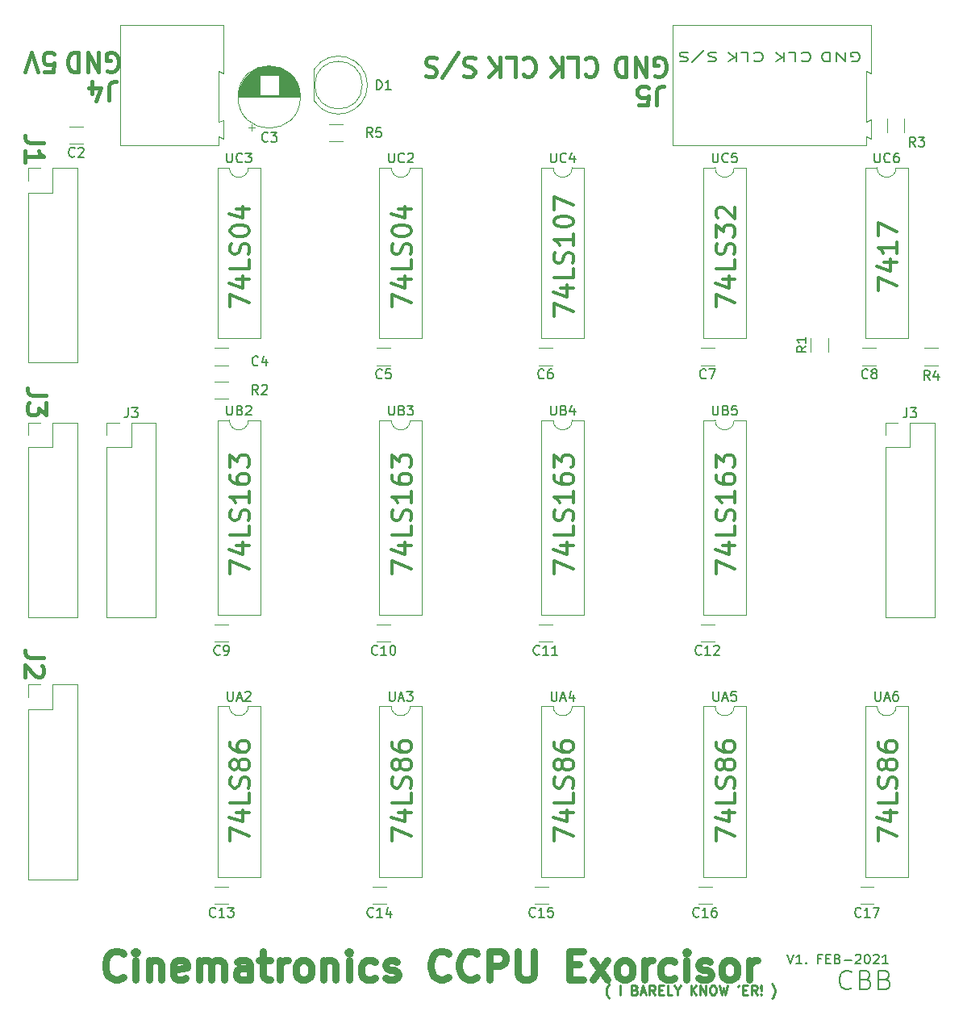
<source format=gbr>
%TF.GenerationSoftware,KiCad,Pcbnew,(5.1.9)-1*%
%TF.CreationDate,2022-02-24T19:51:08-05:00*%
%TF.ProjectId,exorcisortry2,65786f72-6369-4736-9f72-747279322e6b,rev?*%
%TF.SameCoordinates,Original*%
%TF.FileFunction,Legend,Top*%
%TF.FilePolarity,Positive*%
%FSLAX46Y46*%
G04 Gerber Fmt 4.6, Leading zero omitted, Abs format (unit mm)*
G04 Created by KiCad (PCBNEW (5.1.9)-1) date 2022-02-24 19:51:08*
%MOMM*%
%LPD*%
G01*
G04 APERTURE LIST*
%ADD10C,0.250000*%
%ADD11C,0.200000*%
%ADD12C,0.150000*%
%ADD13C,0.300000*%
%ADD14C,0.750000*%
%ADD15C,0.400000*%
%ADD16C,0.120000*%
%ADD17O,1.700000X1.700000*%
%ADD18R,1.700000X1.700000*%
%ADD19O,2.400000X1.600000*%
%ADD20R,2.400000X1.600000*%
%ADD21R,1.980000X3.960000*%
%ADD22O,1.980000X3.960000*%
%ADD23C,2.200000*%
%ADD24R,1.800000X1.800000*%
%ADD25C,1.800000*%
%ADD26C,1.600000*%
%ADD27R,1.600000X1.600000*%
G04 APERTURE END LIST*
D10*
X111686309Y-149833333D02*
X111638690Y-149785714D01*
X111543452Y-149642857D01*
X111495833Y-149547619D01*
X111448214Y-149404761D01*
X111400595Y-149166666D01*
X111400595Y-148976190D01*
X111448214Y-148738095D01*
X111495833Y-148595238D01*
X111543452Y-148500000D01*
X111638690Y-148357142D01*
X111686309Y-148309523D01*
X112829166Y-149452380D02*
X112829166Y-148452380D01*
X114400595Y-148928571D02*
X114543452Y-148976190D01*
X114591071Y-149023809D01*
X114638690Y-149119047D01*
X114638690Y-149261904D01*
X114591071Y-149357142D01*
X114543452Y-149404761D01*
X114448214Y-149452380D01*
X114067261Y-149452380D01*
X114067261Y-148452380D01*
X114400595Y-148452380D01*
X114495833Y-148500000D01*
X114543452Y-148547619D01*
X114591071Y-148642857D01*
X114591071Y-148738095D01*
X114543452Y-148833333D01*
X114495833Y-148880952D01*
X114400595Y-148928571D01*
X114067261Y-148928571D01*
X115019642Y-149166666D02*
X115495833Y-149166666D01*
X114924404Y-149452380D02*
X115257738Y-148452380D01*
X115591071Y-149452380D01*
X116495833Y-149452380D02*
X116162500Y-148976190D01*
X115924404Y-149452380D02*
X115924404Y-148452380D01*
X116305357Y-148452380D01*
X116400595Y-148500000D01*
X116448214Y-148547619D01*
X116495833Y-148642857D01*
X116495833Y-148785714D01*
X116448214Y-148880952D01*
X116400595Y-148928571D01*
X116305357Y-148976190D01*
X115924404Y-148976190D01*
X116924404Y-148928571D02*
X117257738Y-148928571D01*
X117400595Y-149452380D02*
X116924404Y-149452380D01*
X116924404Y-148452380D01*
X117400595Y-148452380D01*
X118305357Y-149452380D02*
X117829166Y-149452380D01*
X117829166Y-148452380D01*
X118829166Y-148976190D02*
X118829166Y-149452380D01*
X118495833Y-148452380D02*
X118829166Y-148976190D01*
X119162500Y-148452380D01*
X120257738Y-149452380D02*
X120257738Y-148452380D01*
X120829166Y-149452380D02*
X120400595Y-148880952D01*
X120829166Y-148452380D02*
X120257738Y-149023809D01*
X121257738Y-149452380D02*
X121257738Y-148452380D01*
X121829166Y-149452380D01*
X121829166Y-148452380D01*
X122495833Y-148452380D02*
X122686309Y-148452380D01*
X122781547Y-148500000D01*
X122876785Y-148595238D01*
X122924404Y-148785714D01*
X122924404Y-149119047D01*
X122876785Y-149309523D01*
X122781547Y-149404761D01*
X122686309Y-149452380D01*
X122495833Y-149452380D01*
X122400595Y-149404761D01*
X122305357Y-149309523D01*
X122257738Y-149119047D01*
X122257738Y-148785714D01*
X122305357Y-148595238D01*
X122400595Y-148500000D01*
X122495833Y-148452380D01*
X123257738Y-148452380D02*
X123495833Y-149452380D01*
X123686309Y-148738095D01*
X123876785Y-149452380D01*
X124114880Y-148452380D01*
X125305357Y-148452380D02*
X125210119Y-148642857D01*
X125733928Y-148928571D02*
X126067261Y-148928571D01*
X126210119Y-149452380D02*
X125733928Y-149452380D01*
X125733928Y-148452380D01*
X126210119Y-148452380D01*
X127210119Y-149452380D02*
X126876785Y-148976190D01*
X126638690Y-149452380D02*
X126638690Y-148452380D01*
X127019642Y-148452380D01*
X127114880Y-148500000D01*
X127162500Y-148547619D01*
X127210119Y-148642857D01*
X127210119Y-148785714D01*
X127162500Y-148880952D01*
X127114880Y-148928571D01*
X127019642Y-148976190D01*
X126638690Y-148976190D01*
X127638690Y-149357142D02*
X127686309Y-149404761D01*
X127638690Y-149452380D01*
X127591071Y-149404761D01*
X127638690Y-149357142D01*
X127638690Y-149452380D01*
X127638690Y-149071428D02*
X127591071Y-148500000D01*
X127638690Y-148452380D01*
X127686309Y-148500000D01*
X127638690Y-149071428D01*
X127638690Y-148452380D01*
X128781547Y-149833333D02*
X128829166Y-149785714D01*
X128924404Y-149642857D01*
X128972023Y-149547619D01*
X129019642Y-149404761D01*
X129067261Y-149166666D01*
X129067261Y-148976190D01*
X129019642Y-148738095D01*
X128972023Y-148595238D01*
X128924404Y-148500000D01*
X128829166Y-148357142D01*
X128781547Y-148309523D01*
D11*
X122928571Y-50595238D02*
X122714285Y-50547619D01*
X122357142Y-50547619D01*
X122214285Y-50595238D01*
X122142857Y-50642857D01*
X122071428Y-50738095D01*
X122071428Y-50833333D01*
X122142857Y-50928571D01*
X122214285Y-50976190D01*
X122357142Y-51023809D01*
X122642857Y-51071428D01*
X122785714Y-51119047D01*
X122857142Y-51166666D01*
X122928571Y-51261904D01*
X122928571Y-51357142D01*
X122857142Y-51452380D01*
X122785714Y-51500000D01*
X122642857Y-51547619D01*
X122285714Y-51547619D01*
X122071428Y-51500000D01*
X120357142Y-51595238D02*
X121642857Y-50309523D01*
X119928571Y-50595238D02*
X119714285Y-50547619D01*
X119357142Y-50547619D01*
X119214285Y-50595238D01*
X119142857Y-50642857D01*
X119071428Y-50738095D01*
X119071428Y-50833333D01*
X119142857Y-50928571D01*
X119214285Y-50976190D01*
X119357142Y-51023809D01*
X119642857Y-51071428D01*
X119785714Y-51119047D01*
X119857142Y-51166666D01*
X119928571Y-51261904D01*
X119928571Y-51357142D01*
X119857142Y-51452380D01*
X119785714Y-51500000D01*
X119642857Y-51547619D01*
X119285714Y-51547619D01*
X119071428Y-51500000D01*
X126892857Y-50642857D02*
X126964285Y-50595238D01*
X127178571Y-50547619D01*
X127321428Y-50547619D01*
X127535714Y-50595238D01*
X127678571Y-50690476D01*
X127750000Y-50785714D01*
X127821428Y-50976190D01*
X127821428Y-51119047D01*
X127750000Y-51309523D01*
X127678571Y-51404761D01*
X127535714Y-51500000D01*
X127321428Y-51547619D01*
X127178571Y-51547619D01*
X126964285Y-51500000D01*
X126892857Y-51452380D01*
X125535714Y-50547619D02*
X126250000Y-50547619D01*
X126250000Y-51547619D01*
X125035714Y-50547619D02*
X125035714Y-51547619D01*
X124178571Y-50547619D02*
X124821428Y-51119047D01*
X124178571Y-51547619D02*
X125035714Y-50976190D01*
X131892857Y-50642857D02*
X131964285Y-50595238D01*
X132178571Y-50547619D01*
X132321428Y-50547619D01*
X132535714Y-50595238D01*
X132678571Y-50690476D01*
X132750000Y-50785714D01*
X132821428Y-50976190D01*
X132821428Y-51119047D01*
X132750000Y-51309523D01*
X132678571Y-51404761D01*
X132535714Y-51500000D01*
X132321428Y-51547619D01*
X132178571Y-51547619D01*
X131964285Y-51500000D01*
X131892857Y-51452380D01*
X130535714Y-50547619D02*
X131250000Y-50547619D01*
X131250000Y-51547619D01*
X130035714Y-50547619D02*
X130035714Y-51547619D01*
X129178571Y-50547619D02*
X129821428Y-51119047D01*
X129178571Y-51547619D02*
X130035714Y-50976190D01*
X137142857Y-51500000D02*
X137285714Y-51547619D01*
X137500000Y-51547619D01*
X137714285Y-51500000D01*
X137857142Y-51404761D01*
X137928571Y-51309523D01*
X138000000Y-51119047D01*
X138000000Y-50976190D01*
X137928571Y-50785714D01*
X137857142Y-50690476D01*
X137714285Y-50595238D01*
X137500000Y-50547619D01*
X137357142Y-50547619D01*
X137142857Y-50595238D01*
X137071428Y-50642857D01*
X137071428Y-50976190D01*
X137357142Y-50976190D01*
X136428571Y-50547619D02*
X136428571Y-51547619D01*
X135571428Y-50547619D01*
X135571428Y-51547619D01*
X134857142Y-50547619D02*
X134857142Y-51547619D01*
X134500000Y-51547619D01*
X134285714Y-51500000D01*
X134142857Y-51404761D01*
X134071428Y-51309523D01*
X134000000Y-51119047D01*
X134000000Y-50976190D01*
X134071428Y-50785714D01*
X134142857Y-50690476D01*
X134285714Y-50595238D01*
X134500000Y-50547619D01*
X134857142Y-50547619D01*
D12*
X130390595Y-145202380D02*
X130723928Y-146202380D01*
X131057261Y-145202380D01*
X131914404Y-146202380D02*
X131342976Y-146202380D01*
X131628690Y-146202380D02*
X131628690Y-145202380D01*
X131533452Y-145345238D01*
X131438214Y-145440476D01*
X131342976Y-145488095D01*
X132342976Y-146107142D02*
X132390595Y-146154761D01*
X132342976Y-146202380D01*
X132295357Y-146154761D01*
X132342976Y-146107142D01*
X132342976Y-146202380D01*
X133914404Y-145678571D02*
X133581071Y-145678571D01*
X133581071Y-146202380D02*
X133581071Y-145202380D01*
X134057261Y-145202380D01*
X134438214Y-145678571D02*
X134771547Y-145678571D01*
X134914404Y-146202380D02*
X134438214Y-146202380D01*
X134438214Y-145202380D01*
X134914404Y-145202380D01*
X135676309Y-145678571D02*
X135819166Y-145726190D01*
X135866785Y-145773809D01*
X135914404Y-145869047D01*
X135914404Y-146011904D01*
X135866785Y-146107142D01*
X135819166Y-146154761D01*
X135723928Y-146202380D01*
X135342976Y-146202380D01*
X135342976Y-145202380D01*
X135676309Y-145202380D01*
X135771547Y-145250000D01*
X135819166Y-145297619D01*
X135866785Y-145392857D01*
X135866785Y-145488095D01*
X135819166Y-145583333D01*
X135771547Y-145630952D01*
X135676309Y-145678571D01*
X135342976Y-145678571D01*
X136342976Y-145821428D02*
X137104880Y-145821428D01*
X137533452Y-145297619D02*
X137581071Y-145250000D01*
X137676309Y-145202380D01*
X137914404Y-145202380D01*
X138009642Y-145250000D01*
X138057261Y-145297619D01*
X138104880Y-145392857D01*
X138104880Y-145488095D01*
X138057261Y-145630952D01*
X137485833Y-146202380D01*
X138104880Y-146202380D01*
X138723928Y-145202380D02*
X138819166Y-145202380D01*
X138914404Y-145250000D01*
X138962023Y-145297619D01*
X139009642Y-145392857D01*
X139057261Y-145583333D01*
X139057261Y-145821428D01*
X139009642Y-146011904D01*
X138962023Y-146107142D01*
X138914404Y-146154761D01*
X138819166Y-146202380D01*
X138723928Y-146202380D01*
X138628690Y-146154761D01*
X138581071Y-146107142D01*
X138533452Y-146011904D01*
X138485833Y-145821428D01*
X138485833Y-145583333D01*
X138533452Y-145392857D01*
X138581071Y-145297619D01*
X138628690Y-145250000D01*
X138723928Y-145202380D01*
X139438214Y-145297619D02*
X139485833Y-145250000D01*
X139581071Y-145202380D01*
X139819166Y-145202380D01*
X139914404Y-145250000D01*
X139962023Y-145297619D01*
X140009642Y-145392857D01*
X140009642Y-145488095D01*
X139962023Y-145630952D01*
X139390595Y-146202380D01*
X140009642Y-146202380D01*
X140962023Y-146202380D02*
X140390595Y-146202380D01*
X140676309Y-146202380D02*
X140676309Y-145202380D01*
X140581071Y-145345238D01*
X140485833Y-145440476D01*
X140390595Y-145488095D01*
X137119047Y-148714285D02*
X137023809Y-148809523D01*
X136738095Y-148904761D01*
X136547619Y-148904761D01*
X136261904Y-148809523D01*
X136071428Y-148619047D01*
X135976190Y-148428571D01*
X135880952Y-148047619D01*
X135880952Y-147761904D01*
X135976190Y-147380952D01*
X136071428Y-147190476D01*
X136261904Y-147000000D01*
X136547619Y-146904761D01*
X136738095Y-146904761D01*
X137023809Y-147000000D01*
X137119047Y-147095238D01*
X138642857Y-147857142D02*
X138928571Y-147952380D01*
X139023809Y-148047619D01*
X139119047Y-148238095D01*
X139119047Y-148523809D01*
X139023809Y-148714285D01*
X138928571Y-148809523D01*
X138738095Y-148904761D01*
X137976190Y-148904761D01*
X137976190Y-146904761D01*
X138642857Y-146904761D01*
X138833333Y-147000000D01*
X138928571Y-147095238D01*
X139023809Y-147285714D01*
X139023809Y-147476190D01*
X138928571Y-147666666D01*
X138833333Y-147761904D01*
X138642857Y-147857142D01*
X137976190Y-147857142D01*
X140642857Y-147857142D02*
X140928571Y-147952380D01*
X141023809Y-148047619D01*
X141119047Y-148238095D01*
X141119047Y-148523809D01*
X141023809Y-148714285D01*
X140928571Y-148809523D01*
X140738095Y-148904761D01*
X139976190Y-148904761D01*
X139976190Y-146904761D01*
X140642857Y-146904761D01*
X140833333Y-147000000D01*
X140928571Y-147095238D01*
X141023809Y-147285714D01*
X141023809Y-147476190D01*
X140928571Y-147666666D01*
X140833333Y-147761904D01*
X140642857Y-147857142D01*
X139976190Y-147857142D01*
D13*
X105904761Y-105238095D02*
X105904761Y-103904761D01*
X107904761Y-104761904D01*
X106571428Y-102285714D02*
X107904761Y-102285714D01*
X105809523Y-102761904D02*
X107238095Y-103238095D01*
X107238095Y-102000000D01*
X107904761Y-100285714D02*
X107904761Y-101238095D01*
X105904761Y-101238095D01*
X107809523Y-99714285D02*
X107904761Y-99428571D01*
X107904761Y-98952380D01*
X107809523Y-98761904D01*
X107714285Y-98666666D01*
X107523809Y-98571428D01*
X107333333Y-98571428D01*
X107142857Y-98666666D01*
X107047619Y-98761904D01*
X106952380Y-98952380D01*
X106857142Y-99333333D01*
X106761904Y-99523809D01*
X106666666Y-99619047D01*
X106476190Y-99714285D01*
X106285714Y-99714285D01*
X106095238Y-99619047D01*
X106000000Y-99523809D01*
X105904761Y-99333333D01*
X105904761Y-98857142D01*
X106000000Y-98571428D01*
X107904761Y-96666666D02*
X107904761Y-97809523D01*
X107904761Y-97238095D02*
X105904761Y-97238095D01*
X106190476Y-97428571D01*
X106380952Y-97619047D01*
X106476190Y-97809523D01*
X105904761Y-94952380D02*
X105904761Y-95333333D01*
X106000000Y-95523809D01*
X106095238Y-95619047D01*
X106380952Y-95809523D01*
X106761904Y-95904761D01*
X107523809Y-95904761D01*
X107714285Y-95809523D01*
X107809523Y-95714285D01*
X107904761Y-95523809D01*
X107904761Y-95142857D01*
X107809523Y-94952380D01*
X107714285Y-94857142D01*
X107523809Y-94761904D01*
X107047619Y-94761904D01*
X106857142Y-94857142D01*
X106761904Y-94952380D01*
X106666666Y-95142857D01*
X106666666Y-95523809D01*
X106761904Y-95714285D01*
X106857142Y-95809523D01*
X107047619Y-95904761D01*
X105904761Y-94095238D02*
X105904761Y-92857142D01*
X106666666Y-93523809D01*
X106666666Y-93238095D01*
X106761904Y-93047619D01*
X106857142Y-92952380D01*
X107047619Y-92857142D01*
X107523809Y-92857142D01*
X107714285Y-92952380D01*
X107809523Y-93047619D01*
X107904761Y-93238095D01*
X107904761Y-93809523D01*
X107809523Y-94000000D01*
X107714285Y-94095238D01*
X122904761Y-105238095D02*
X122904761Y-103904761D01*
X124904761Y-104761904D01*
X123571428Y-102285714D02*
X124904761Y-102285714D01*
X122809523Y-102761904D02*
X124238095Y-103238095D01*
X124238095Y-102000000D01*
X124904761Y-100285714D02*
X124904761Y-101238095D01*
X122904761Y-101238095D01*
X124809523Y-99714285D02*
X124904761Y-99428571D01*
X124904761Y-98952380D01*
X124809523Y-98761904D01*
X124714285Y-98666666D01*
X124523809Y-98571428D01*
X124333333Y-98571428D01*
X124142857Y-98666666D01*
X124047619Y-98761904D01*
X123952380Y-98952380D01*
X123857142Y-99333333D01*
X123761904Y-99523809D01*
X123666666Y-99619047D01*
X123476190Y-99714285D01*
X123285714Y-99714285D01*
X123095238Y-99619047D01*
X123000000Y-99523809D01*
X122904761Y-99333333D01*
X122904761Y-98857142D01*
X123000000Y-98571428D01*
X124904761Y-96666666D02*
X124904761Y-97809523D01*
X124904761Y-97238095D02*
X122904761Y-97238095D01*
X123190476Y-97428571D01*
X123380952Y-97619047D01*
X123476190Y-97809523D01*
X122904761Y-94952380D02*
X122904761Y-95333333D01*
X123000000Y-95523809D01*
X123095238Y-95619047D01*
X123380952Y-95809523D01*
X123761904Y-95904761D01*
X124523809Y-95904761D01*
X124714285Y-95809523D01*
X124809523Y-95714285D01*
X124904761Y-95523809D01*
X124904761Y-95142857D01*
X124809523Y-94952380D01*
X124714285Y-94857142D01*
X124523809Y-94761904D01*
X124047619Y-94761904D01*
X123857142Y-94857142D01*
X123761904Y-94952380D01*
X123666666Y-95142857D01*
X123666666Y-95523809D01*
X123761904Y-95714285D01*
X123857142Y-95809523D01*
X124047619Y-95904761D01*
X122904761Y-94095238D02*
X122904761Y-92857142D01*
X123666666Y-93523809D01*
X123666666Y-93238095D01*
X123761904Y-93047619D01*
X123857142Y-92952380D01*
X124047619Y-92857142D01*
X124523809Y-92857142D01*
X124714285Y-92952380D01*
X124809523Y-93047619D01*
X124904761Y-93238095D01*
X124904761Y-93809523D01*
X124809523Y-94000000D01*
X124714285Y-94095238D01*
X88904761Y-105238095D02*
X88904761Y-103904761D01*
X90904761Y-104761904D01*
X89571428Y-102285714D02*
X90904761Y-102285714D01*
X88809523Y-102761904D02*
X90238095Y-103238095D01*
X90238095Y-102000000D01*
X90904761Y-100285714D02*
X90904761Y-101238095D01*
X88904761Y-101238095D01*
X90809523Y-99714285D02*
X90904761Y-99428571D01*
X90904761Y-98952380D01*
X90809523Y-98761904D01*
X90714285Y-98666666D01*
X90523809Y-98571428D01*
X90333333Y-98571428D01*
X90142857Y-98666666D01*
X90047619Y-98761904D01*
X89952380Y-98952380D01*
X89857142Y-99333333D01*
X89761904Y-99523809D01*
X89666666Y-99619047D01*
X89476190Y-99714285D01*
X89285714Y-99714285D01*
X89095238Y-99619047D01*
X89000000Y-99523809D01*
X88904761Y-99333333D01*
X88904761Y-98857142D01*
X89000000Y-98571428D01*
X90904761Y-96666666D02*
X90904761Y-97809523D01*
X90904761Y-97238095D02*
X88904761Y-97238095D01*
X89190476Y-97428571D01*
X89380952Y-97619047D01*
X89476190Y-97809523D01*
X88904761Y-94952380D02*
X88904761Y-95333333D01*
X89000000Y-95523809D01*
X89095238Y-95619047D01*
X89380952Y-95809523D01*
X89761904Y-95904761D01*
X90523809Y-95904761D01*
X90714285Y-95809523D01*
X90809523Y-95714285D01*
X90904761Y-95523809D01*
X90904761Y-95142857D01*
X90809523Y-94952380D01*
X90714285Y-94857142D01*
X90523809Y-94761904D01*
X90047619Y-94761904D01*
X89857142Y-94857142D01*
X89761904Y-94952380D01*
X89666666Y-95142857D01*
X89666666Y-95523809D01*
X89761904Y-95714285D01*
X89857142Y-95809523D01*
X90047619Y-95904761D01*
X88904761Y-94095238D02*
X88904761Y-92857142D01*
X89666666Y-93523809D01*
X89666666Y-93238095D01*
X89761904Y-93047619D01*
X89857142Y-92952380D01*
X90047619Y-92857142D01*
X90523809Y-92857142D01*
X90714285Y-92952380D01*
X90809523Y-93047619D01*
X90904761Y-93238095D01*
X90904761Y-93809523D01*
X90809523Y-94000000D01*
X90714285Y-94095238D01*
X71904761Y-105238095D02*
X71904761Y-103904761D01*
X73904761Y-104761904D01*
X72571428Y-102285714D02*
X73904761Y-102285714D01*
X71809523Y-102761904D02*
X73238095Y-103238095D01*
X73238095Y-102000000D01*
X73904761Y-100285714D02*
X73904761Y-101238095D01*
X71904761Y-101238095D01*
X73809523Y-99714285D02*
X73904761Y-99428571D01*
X73904761Y-98952380D01*
X73809523Y-98761904D01*
X73714285Y-98666666D01*
X73523809Y-98571428D01*
X73333333Y-98571428D01*
X73142857Y-98666666D01*
X73047619Y-98761904D01*
X72952380Y-98952380D01*
X72857142Y-99333333D01*
X72761904Y-99523809D01*
X72666666Y-99619047D01*
X72476190Y-99714285D01*
X72285714Y-99714285D01*
X72095238Y-99619047D01*
X72000000Y-99523809D01*
X71904761Y-99333333D01*
X71904761Y-98857142D01*
X72000000Y-98571428D01*
X73904761Y-96666666D02*
X73904761Y-97809523D01*
X73904761Y-97238095D02*
X71904761Y-97238095D01*
X72190476Y-97428571D01*
X72380952Y-97619047D01*
X72476190Y-97809523D01*
X71904761Y-94952380D02*
X71904761Y-95333333D01*
X72000000Y-95523809D01*
X72095238Y-95619047D01*
X72380952Y-95809523D01*
X72761904Y-95904761D01*
X73523809Y-95904761D01*
X73714285Y-95809523D01*
X73809523Y-95714285D01*
X73904761Y-95523809D01*
X73904761Y-95142857D01*
X73809523Y-94952380D01*
X73714285Y-94857142D01*
X73523809Y-94761904D01*
X73047619Y-94761904D01*
X72857142Y-94857142D01*
X72761904Y-94952380D01*
X72666666Y-95142857D01*
X72666666Y-95523809D01*
X72761904Y-95714285D01*
X72857142Y-95809523D01*
X73047619Y-95904761D01*
X71904761Y-94095238D02*
X71904761Y-92857142D01*
X72666666Y-93523809D01*
X72666666Y-93238095D01*
X72761904Y-93047619D01*
X72857142Y-92952380D01*
X73047619Y-92857142D01*
X73523809Y-92857142D01*
X73714285Y-92952380D01*
X73809523Y-93047619D01*
X73904761Y-93238095D01*
X73904761Y-93809523D01*
X73809523Y-94000000D01*
X73714285Y-94095238D01*
X139904761Y-133285714D02*
X139904761Y-131952380D01*
X141904761Y-132809523D01*
X140571428Y-130333333D02*
X141904761Y-130333333D01*
X139809523Y-130809523D02*
X141238095Y-131285714D01*
X141238095Y-130047619D01*
X141904761Y-128333333D02*
X141904761Y-129285714D01*
X139904761Y-129285714D01*
X141809523Y-127761904D02*
X141904761Y-127476190D01*
X141904761Y-127000000D01*
X141809523Y-126809523D01*
X141714285Y-126714285D01*
X141523809Y-126619047D01*
X141333333Y-126619047D01*
X141142857Y-126714285D01*
X141047619Y-126809523D01*
X140952380Y-127000000D01*
X140857142Y-127380952D01*
X140761904Y-127571428D01*
X140666666Y-127666666D01*
X140476190Y-127761904D01*
X140285714Y-127761904D01*
X140095238Y-127666666D01*
X140000000Y-127571428D01*
X139904761Y-127380952D01*
X139904761Y-126904761D01*
X140000000Y-126619047D01*
X140761904Y-125476190D02*
X140666666Y-125666666D01*
X140571428Y-125761904D01*
X140380952Y-125857142D01*
X140285714Y-125857142D01*
X140095238Y-125761904D01*
X140000000Y-125666666D01*
X139904761Y-125476190D01*
X139904761Y-125095238D01*
X140000000Y-124904761D01*
X140095238Y-124809523D01*
X140285714Y-124714285D01*
X140380952Y-124714285D01*
X140571428Y-124809523D01*
X140666666Y-124904761D01*
X140761904Y-125095238D01*
X140761904Y-125476190D01*
X140857142Y-125666666D01*
X140952380Y-125761904D01*
X141142857Y-125857142D01*
X141523809Y-125857142D01*
X141714285Y-125761904D01*
X141809523Y-125666666D01*
X141904761Y-125476190D01*
X141904761Y-125095238D01*
X141809523Y-124904761D01*
X141714285Y-124809523D01*
X141523809Y-124714285D01*
X141142857Y-124714285D01*
X140952380Y-124809523D01*
X140857142Y-124904761D01*
X140761904Y-125095238D01*
X139904761Y-123000000D02*
X139904761Y-123380952D01*
X140000000Y-123571428D01*
X140095238Y-123666666D01*
X140380952Y-123857142D01*
X140761904Y-123952380D01*
X141523809Y-123952380D01*
X141714285Y-123857142D01*
X141809523Y-123761904D01*
X141904761Y-123571428D01*
X141904761Y-123190476D01*
X141809523Y-123000000D01*
X141714285Y-122904761D01*
X141523809Y-122809523D01*
X141047619Y-122809523D01*
X140857142Y-122904761D01*
X140761904Y-123000000D01*
X140666666Y-123190476D01*
X140666666Y-123571428D01*
X140761904Y-123761904D01*
X140857142Y-123857142D01*
X141047619Y-123952380D01*
X105904761Y-133285714D02*
X105904761Y-131952380D01*
X107904761Y-132809523D01*
X106571428Y-130333333D02*
X107904761Y-130333333D01*
X105809523Y-130809523D02*
X107238095Y-131285714D01*
X107238095Y-130047619D01*
X107904761Y-128333333D02*
X107904761Y-129285714D01*
X105904761Y-129285714D01*
X107809523Y-127761904D02*
X107904761Y-127476190D01*
X107904761Y-127000000D01*
X107809523Y-126809523D01*
X107714285Y-126714285D01*
X107523809Y-126619047D01*
X107333333Y-126619047D01*
X107142857Y-126714285D01*
X107047619Y-126809523D01*
X106952380Y-127000000D01*
X106857142Y-127380952D01*
X106761904Y-127571428D01*
X106666666Y-127666666D01*
X106476190Y-127761904D01*
X106285714Y-127761904D01*
X106095238Y-127666666D01*
X106000000Y-127571428D01*
X105904761Y-127380952D01*
X105904761Y-126904761D01*
X106000000Y-126619047D01*
X106761904Y-125476190D02*
X106666666Y-125666666D01*
X106571428Y-125761904D01*
X106380952Y-125857142D01*
X106285714Y-125857142D01*
X106095238Y-125761904D01*
X106000000Y-125666666D01*
X105904761Y-125476190D01*
X105904761Y-125095238D01*
X106000000Y-124904761D01*
X106095238Y-124809523D01*
X106285714Y-124714285D01*
X106380952Y-124714285D01*
X106571428Y-124809523D01*
X106666666Y-124904761D01*
X106761904Y-125095238D01*
X106761904Y-125476190D01*
X106857142Y-125666666D01*
X106952380Y-125761904D01*
X107142857Y-125857142D01*
X107523809Y-125857142D01*
X107714285Y-125761904D01*
X107809523Y-125666666D01*
X107904761Y-125476190D01*
X107904761Y-125095238D01*
X107809523Y-124904761D01*
X107714285Y-124809523D01*
X107523809Y-124714285D01*
X107142857Y-124714285D01*
X106952380Y-124809523D01*
X106857142Y-124904761D01*
X106761904Y-125095238D01*
X105904761Y-123000000D02*
X105904761Y-123380952D01*
X106000000Y-123571428D01*
X106095238Y-123666666D01*
X106380952Y-123857142D01*
X106761904Y-123952380D01*
X107523809Y-123952380D01*
X107714285Y-123857142D01*
X107809523Y-123761904D01*
X107904761Y-123571428D01*
X107904761Y-123190476D01*
X107809523Y-123000000D01*
X107714285Y-122904761D01*
X107523809Y-122809523D01*
X107047619Y-122809523D01*
X106857142Y-122904761D01*
X106761904Y-123000000D01*
X106666666Y-123190476D01*
X106666666Y-123571428D01*
X106761904Y-123761904D01*
X106857142Y-123857142D01*
X107047619Y-123952380D01*
X122904761Y-133285714D02*
X122904761Y-131952380D01*
X124904761Y-132809523D01*
X123571428Y-130333333D02*
X124904761Y-130333333D01*
X122809523Y-130809523D02*
X124238095Y-131285714D01*
X124238095Y-130047619D01*
X124904761Y-128333333D02*
X124904761Y-129285714D01*
X122904761Y-129285714D01*
X124809523Y-127761904D02*
X124904761Y-127476190D01*
X124904761Y-127000000D01*
X124809523Y-126809523D01*
X124714285Y-126714285D01*
X124523809Y-126619047D01*
X124333333Y-126619047D01*
X124142857Y-126714285D01*
X124047619Y-126809523D01*
X123952380Y-127000000D01*
X123857142Y-127380952D01*
X123761904Y-127571428D01*
X123666666Y-127666666D01*
X123476190Y-127761904D01*
X123285714Y-127761904D01*
X123095238Y-127666666D01*
X123000000Y-127571428D01*
X122904761Y-127380952D01*
X122904761Y-126904761D01*
X123000000Y-126619047D01*
X123761904Y-125476190D02*
X123666666Y-125666666D01*
X123571428Y-125761904D01*
X123380952Y-125857142D01*
X123285714Y-125857142D01*
X123095238Y-125761904D01*
X123000000Y-125666666D01*
X122904761Y-125476190D01*
X122904761Y-125095238D01*
X123000000Y-124904761D01*
X123095238Y-124809523D01*
X123285714Y-124714285D01*
X123380952Y-124714285D01*
X123571428Y-124809523D01*
X123666666Y-124904761D01*
X123761904Y-125095238D01*
X123761904Y-125476190D01*
X123857142Y-125666666D01*
X123952380Y-125761904D01*
X124142857Y-125857142D01*
X124523809Y-125857142D01*
X124714285Y-125761904D01*
X124809523Y-125666666D01*
X124904761Y-125476190D01*
X124904761Y-125095238D01*
X124809523Y-124904761D01*
X124714285Y-124809523D01*
X124523809Y-124714285D01*
X124142857Y-124714285D01*
X123952380Y-124809523D01*
X123857142Y-124904761D01*
X123761904Y-125095238D01*
X122904761Y-123000000D02*
X122904761Y-123380952D01*
X123000000Y-123571428D01*
X123095238Y-123666666D01*
X123380952Y-123857142D01*
X123761904Y-123952380D01*
X124523809Y-123952380D01*
X124714285Y-123857142D01*
X124809523Y-123761904D01*
X124904761Y-123571428D01*
X124904761Y-123190476D01*
X124809523Y-123000000D01*
X124714285Y-122904761D01*
X124523809Y-122809523D01*
X124047619Y-122809523D01*
X123857142Y-122904761D01*
X123761904Y-123000000D01*
X123666666Y-123190476D01*
X123666666Y-123571428D01*
X123761904Y-123761904D01*
X123857142Y-123857142D01*
X124047619Y-123952380D01*
X88904761Y-133285714D02*
X88904761Y-131952380D01*
X90904761Y-132809523D01*
X89571428Y-130333333D02*
X90904761Y-130333333D01*
X88809523Y-130809523D02*
X90238095Y-131285714D01*
X90238095Y-130047619D01*
X90904761Y-128333333D02*
X90904761Y-129285714D01*
X88904761Y-129285714D01*
X90809523Y-127761904D02*
X90904761Y-127476190D01*
X90904761Y-127000000D01*
X90809523Y-126809523D01*
X90714285Y-126714285D01*
X90523809Y-126619047D01*
X90333333Y-126619047D01*
X90142857Y-126714285D01*
X90047619Y-126809523D01*
X89952380Y-127000000D01*
X89857142Y-127380952D01*
X89761904Y-127571428D01*
X89666666Y-127666666D01*
X89476190Y-127761904D01*
X89285714Y-127761904D01*
X89095238Y-127666666D01*
X89000000Y-127571428D01*
X88904761Y-127380952D01*
X88904761Y-126904761D01*
X89000000Y-126619047D01*
X89761904Y-125476190D02*
X89666666Y-125666666D01*
X89571428Y-125761904D01*
X89380952Y-125857142D01*
X89285714Y-125857142D01*
X89095238Y-125761904D01*
X89000000Y-125666666D01*
X88904761Y-125476190D01*
X88904761Y-125095238D01*
X89000000Y-124904761D01*
X89095238Y-124809523D01*
X89285714Y-124714285D01*
X89380952Y-124714285D01*
X89571428Y-124809523D01*
X89666666Y-124904761D01*
X89761904Y-125095238D01*
X89761904Y-125476190D01*
X89857142Y-125666666D01*
X89952380Y-125761904D01*
X90142857Y-125857142D01*
X90523809Y-125857142D01*
X90714285Y-125761904D01*
X90809523Y-125666666D01*
X90904761Y-125476190D01*
X90904761Y-125095238D01*
X90809523Y-124904761D01*
X90714285Y-124809523D01*
X90523809Y-124714285D01*
X90142857Y-124714285D01*
X89952380Y-124809523D01*
X89857142Y-124904761D01*
X89761904Y-125095238D01*
X88904761Y-123000000D02*
X88904761Y-123380952D01*
X89000000Y-123571428D01*
X89095238Y-123666666D01*
X89380952Y-123857142D01*
X89761904Y-123952380D01*
X90523809Y-123952380D01*
X90714285Y-123857142D01*
X90809523Y-123761904D01*
X90904761Y-123571428D01*
X90904761Y-123190476D01*
X90809523Y-123000000D01*
X90714285Y-122904761D01*
X90523809Y-122809523D01*
X90047619Y-122809523D01*
X89857142Y-122904761D01*
X89761904Y-123000000D01*
X89666666Y-123190476D01*
X89666666Y-123571428D01*
X89761904Y-123761904D01*
X89857142Y-123857142D01*
X90047619Y-123952380D01*
X71904761Y-133285714D02*
X71904761Y-131952380D01*
X73904761Y-132809523D01*
X72571428Y-130333333D02*
X73904761Y-130333333D01*
X71809523Y-130809523D02*
X73238095Y-131285714D01*
X73238095Y-130047619D01*
X73904761Y-128333333D02*
X73904761Y-129285714D01*
X71904761Y-129285714D01*
X73809523Y-127761904D02*
X73904761Y-127476190D01*
X73904761Y-127000000D01*
X73809523Y-126809523D01*
X73714285Y-126714285D01*
X73523809Y-126619047D01*
X73333333Y-126619047D01*
X73142857Y-126714285D01*
X73047619Y-126809523D01*
X72952380Y-127000000D01*
X72857142Y-127380952D01*
X72761904Y-127571428D01*
X72666666Y-127666666D01*
X72476190Y-127761904D01*
X72285714Y-127761904D01*
X72095238Y-127666666D01*
X72000000Y-127571428D01*
X71904761Y-127380952D01*
X71904761Y-126904761D01*
X72000000Y-126619047D01*
X72761904Y-125476190D02*
X72666666Y-125666666D01*
X72571428Y-125761904D01*
X72380952Y-125857142D01*
X72285714Y-125857142D01*
X72095238Y-125761904D01*
X72000000Y-125666666D01*
X71904761Y-125476190D01*
X71904761Y-125095238D01*
X72000000Y-124904761D01*
X72095238Y-124809523D01*
X72285714Y-124714285D01*
X72380952Y-124714285D01*
X72571428Y-124809523D01*
X72666666Y-124904761D01*
X72761904Y-125095238D01*
X72761904Y-125476190D01*
X72857142Y-125666666D01*
X72952380Y-125761904D01*
X73142857Y-125857142D01*
X73523809Y-125857142D01*
X73714285Y-125761904D01*
X73809523Y-125666666D01*
X73904761Y-125476190D01*
X73904761Y-125095238D01*
X73809523Y-124904761D01*
X73714285Y-124809523D01*
X73523809Y-124714285D01*
X73142857Y-124714285D01*
X72952380Y-124809523D01*
X72857142Y-124904761D01*
X72761904Y-125095238D01*
X71904761Y-123000000D02*
X71904761Y-123380952D01*
X72000000Y-123571428D01*
X72095238Y-123666666D01*
X72380952Y-123857142D01*
X72761904Y-123952380D01*
X73523809Y-123952380D01*
X73714285Y-123857142D01*
X73809523Y-123761904D01*
X73904761Y-123571428D01*
X73904761Y-123190476D01*
X73809523Y-123000000D01*
X73714285Y-122904761D01*
X73523809Y-122809523D01*
X73047619Y-122809523D01*
X72857142Y-122904761D01*
X72761904Y-123000000D01*
X72666666Y-123190476D01*
X72666666Y-123571428D01*
X72761904Y-123761904D01*
X72857142Y-123857142D01*
X73047619Y-123952380D01*
X139904761Y-75523809D02*
X139904761Y-74190476D01*
X141904761Y-75047619D01*
X140571428Y-72571428D02*
X141904761Y-72571428D01*
X139809523Y-73047619D02*
X141238095Y-73523809D01*
X141238095Y-72285714D01*
X141904761Y-70476190D02*
X141904761Y-71619047D01*
X141904761Y-71047619D02*
X139904761Y-71047619D01*
X140190476Y-71238095D01*
X140380952Y-71428571D01*
X140476190Y-71619047D01*
X139904761Y-69809523D02*
X139904761Y-68476190D01*
X141904761Y-69333333D01*
X122904761Y-77285714D02*
X122904761Y-75952380D01*
X124904761Y-76809523D01*
X123571428Y-74333333D02*
X124904761Y-74333333D01*
X122809523Y-74809523D02*
X124238095Y-75285714D01*
X124238095Y-74047619D01*
X124904761Y-72333333D02*
X124904761Y-73285714D01*
X122904761Y-73285714D01*
X124809523Y-71761904D02*
X124904761Y-71476190D01*
X124904761Y-71000000D01*
X124809523Y-70809523D01*
X124714285Y-70714285D01*
X124523809Y-70619047D01*
X124333333Y-70619047D01*
X124142857Y-70714285D01*
X124047619Y-70809523D01*
X123952380Y-71000000D01*
X123857142Y-71380952D01*
X123761904Y-71571428D01*
X123666666Y-71666666D01*
X123476190Y-71761904D01*
X123285714Y-71761904D01*
X123095238Y-71666666D01*
X123000000Y-71571428D01*
X122904761Y-71380952D01*
X122904761Y-70904761D01*
X123000000Y-70619047D01*
X122904761Y-69952380D02*
X122904761Y-68714285D01*
X123666666Y-69380952D01*
X123666666Y-69095238D01*
X123761904Y-68904761D01*
X123857142Y-68809523D01*
X124047619Y-68714285D01*
X124523809Y-68714285D01*
X124714285Y-68809523D01*
X124809523Y-68904761D01*
X124904761Y-69095238D01*
X124904761Y-69666666D01*
X124809523Y-69857142D01*
X124714285Y-69952380D01*
X123095238Y-67952380D02*
X123000000Y-67857142D01*
X122904761Y-67666666D01*
X122904761Y-67190476D01*
X123000000Y-67000000D01*
X123095238Y-66904761D01*
X123285714Y-66809523D01*
X123476190Y-66809523D01*
X123761904Y-66904761D01*
X124904761Y-68047619D01*
X124904761Y-66809523D01*
X105904761Y-78238095D02*
X105904761Y-76904761D01*
X107904761Y-77761904D01*
X106571428Y-75285714D02*
X107904761Y-75285714D01*
X105809523Y-75761904D02*
X107238095Y-76238095D01*
X107238095Y-75000000D01*
X107904761Y-73285714D02*
X107904761Y-74238095D01*
X105904761Y-74238095D01*
X107809523Y-72714285D02*
X107904761Y-72428571D01*
X107904761Y-71952380D01*
X107809523Y-71761904D01*
X107714285Y-71666666D01*
X107523809Y-71571428D01*
X107333333Y-71571428D01*
X107142857Y-71666666D01*
X107047619Y-71761904D01*
X106952380Y-71952380D01*
X106857142Y-72333333D01*
X106761904Y-72523809D01*
X106666666Y-72619047D01*
X106476190Y-72714285D01*
X106285714Y-72714285D01*
X106095238Y-72619047D01*
X106000000Y-72523809D01*
X105904761Y-72333333D01*
X105904761Y-71857142D01*
X106000000Y-71571428D01*
X107904761Y-69666666D02*
X107904761Y-70809523D01*
X107904761Y-70238095D02*
X105904761Y-70238095D01*
X106190476Y-70428571D01*
X106380952Y-70619047D01*
X106476190Y-70809523D01*
X105904761Y-68428571D02*
X105904761Y-68238095D01*
X106000000Y-68047619D01*
X106095238Y-67952380D01*
X106285714Y-67857142D01*
X106666666Y-67761904D01*
X107142857Y-67761904D01*
X107523809Y-67857142D01*
X107714285Y-67952380D01*
X107809523Y-68047619D01*
X107904761Y-68238095D01*
X107904761Y-68428571D01*
X107809523Y-68619047D01*
X107714285Y-68714285D01*
X107523809Y-68809523D01*
X107142857Y-68904761D01*
X106666666Y-68904761D01*
X106285714Y-68809523D01*
X106095238Y-68714285D01*
X106000000Y-68619047D01*
X105904761Y-68428571D01*
X105904761Y-67095238D02*
X105904761Y-65761904D01*
X107904761Y-66619047D01*
X88904761Y-77285714D02*
X88904761Y-75952380D01*
X90904761Y-76809523D01*
X89571428Y-74333333D02*
X90904761Y-74333333D01*
X88809523Y-74809523D02*
X90238095Y-75285714D01*
X90238095Y-74047619D01*
X90904761Y-72333333D02*
X90904761Y-73285714D01*
X88904761Y-73285714D01*
X90809523Y-71761904D02*
X90904761Y-71476190D01*
X90904761Y-71000000D01*
X90809523Y-70809523D01*
X90714285Y-70714285D01*
X90523809Y-70619047D01*
X90333333Y-70619047D01*
X90142857Y-70714285D01*
X90047619Y-70809523D01*
X89952380Y-71000000D01*
X89857142Y-71380952D01*
X89761904Y-71571428D01*
X89666666Y-71666666D01*
X89476190Y-71761904D01*
X89285714Y-71761904D01*
X89095238Y-71666666D01*
X89000000Y-71571428D01*
X88904761Y-71380952D01*
X88904761Y-70904761D01*
X89000000Y-70619047D01*
X88904761Y-69380952D02*
X88904761Y-69190476D01*
X89000000Y-69000000D01*
X89095238Y-68904761D01*
X89285714Y-68809523D01*
X89666666Y-68714285D01*
X90142857Y-68714285D01*
X90523809Y-68809523D01*
X90714285Y-68904761D01*
X90809523Y-69000000D01*
X90904761Y-69190476D01*
X90904761Y-69380952D01*
X90809523Y-69571428D01*
X90714285Y-69666666D01*
X90523809Y-69761904D01*
X90142857Y-69857142D01*
X89666666Y-69857142D01*
X89285714Y-69761904D01*
X89095238Y-69666666D01*
X89000000Y-69571428D01*
X88904761Y-69380952D01*
X89571428Y-67000000D02*
X90904761Y-67000000D01*
X88809523Y-67476190D02*
X90238095Y-67952380D01*
X90238095Y-66714285D01*
X71904761Y-77285714D02*
X71904761Y-75952380D01*
X73904761Y-76809523D01*
X72571428Y-74333333D02*
X73904761Y-74333333D01*
X71809523Y-74809523D02*
X73238095Y-75285714D01*
X73238095Y-74047619D01*
X73904761Y-72333333D02*
X73904761Y-73285714D01*
X71904761Y-73285714D01*
X73809523Y-71761904D02*
X73904761Y-71476190D01*
X73904761Y-71000000D01*
X73809523Y-70809523D01*
X73714285Y-70714285D01*
X73523809Y-70619047D01*
X73333333Y-70619047D01*
X73142857Y-70714285D01*
X73047619Y-70809523D01*
X72952380Y-71000000D01*
X72857142Y-71380952D01*
X72761904Y-71571428D01*
X72666666Y-71666666D01*
X72476190Y-71761904D01*
X72285714Y-71761904D01*
X72095238Y-71666666D01*
X72000000Y-71571428D01*
X71904761Y-71380952D01*
X71904761Y-70904761D01*
X72000000Y-70619047D01*
X71904761Y-69380952D02*
X71904761Y-69190476D01*
X72000000Y-69000000D01*
X72095238Y-68904761D01*
X72285714Y-68809523D01*
X72666666Y-68714285D01*
X73142857Y-68714285D01*
X73523809Y-68809523D01*
X73714285Y-68904761D01*
X73809523Y-69000000D01*
X73904761Y-69190476D01*
X73904761Y-69380952D01*
X73809523Y-69571428D01*
X73714285Y-69666666D01*
X73523809Y-69761904D01*
X73142857Y-69857142D01*
X72666666Y-69857142D01*
X72285714Y-69761904D01*
X72095238Y-69666666D01*
X72000000Y-69571428D01*
X71904761Y-69380952D01*
X72571428Y-67000000D02*
X73904761Y-67000000D01*
X71809523Y-67476190D02*
X73238095Y-67952380D01*
X73238095Y-66714285D01*
D14*
X60666071Y-147571428D02*
X60523214Y-147714285D01*
X60094642Y-147857142D01*
X59808928Y-147857142D01*
X59380357Y-147714285D01*
X59094642Y-147428571D01*
X58951785Y-147142857D01*
X58808928Y-146571428D01*
X58808928Y-146142857D01*
X58951785Y-145571428D01*
X59094642Y-145285714D01*
X59380357Y-145000000D01*
X59808928Y-144857142D01*
X60094642Y-144857142D01*
X60523214Y-145000000D01*
X60666071Y-145142857D01*
X61951785Y-147857142D02*
X61951785Y-145857142D01*
X61951785Y-144857142D02*
X61808928Y-145000000D01*
X61951785Y-145142857D01*
X62094642Y-145000000D01*
X61951785Y-144857142D01*
X61951785Y-145142857D01*
X63380357Y-145857142D02*
X63380357Y-147857142D01*
X63380357Y-146142857D02*
X63523214Y-146000000D01*
X63808928Y-145857142D01*
X64237500Y-145857142D01*
X64523214Y-146000000D01*
X64666071Y-146285714D01*
X64666071Y-147857142D01*
X67237500Y-147714285D02*
X66951785Y-147857142D01*
X66380357Y-147857142D01*
X66094642Y-147714285D01*
X65951785Y-147428571D01*
X65951785Y-146285714D01*
X66094642Y-146000000D01*
X66380357Y-145857142D01*
X66951785Y-145857142D01*
X67237500Y-146000000D01*
X67380357Y-146285714D01*
X67380357Y-146571428D01*
X65951785Y-146857142D01*
X68666071Y-147857142D02*
X68666071Y-145857142D01*
X68666071Y-146142857D02*
X68808928Y-146000000D01*
X69094642Y-145857142D01*
X69523214Y-145857142D01*
X69808928Y-146000000D01*
X69951785Y-146285714D01*
X69951785Y-147857142D01*
X69951785Y-146285714D02*
X70094642Y-146000000D01*
X70380357Y-145857142D01*
X70808928Y-145857142D01*
X71094642Y-146000000D01*
X71237500Y-146285714D01*
X71237500Y-147857142D01*
X73951785Y-147857142D02*
X73951785Y-146285714D01*
X73808928Y-146000000D01*
X73523214Y-145857142D01*
X72951785Y-145857142D01*
X72666071Y-146000000D01*
X73951785Y-147714285D02*
X73666071Y-147857142D01*
X72951785Y-147857142D01*
X72666071Y-147714285D01*
X72523214Y-147428571D01*
X72523214Y-147142857D01*
X72666071Y-146857142D01*
X72951785Y-146714285D01*
X73666071Y-146714285D01*
X73951785Y-146571428D01*
X74951785Y-145857142D02*
X76094642Y-145857142D01*
X75380357Y-144857142D02*
X75380357Y-147428571D01*
X75523214Y-147714285D01*
X75808928Y-147857142D01*
X76094642Y-147857142D01*
X77094642Y-147857142D02*
X77094642Y-145857142D01*
X77094642Y-146428571D02*
X77237500Y-146142857D01*
X77380357Y-146000000D01*
X77666071Y-145857142D01*
X77951785Y-145857142D01*
X79380357Y-147857142D02*
X79094642Y-147714285D01*
X78951785Y-147571428D01*
X78808928Y-147285714D01*
X78808928Y-146428571D01*
X78951785Y-146142857D01*
X79094642Y-146000000D01*
X79380357Y-145857142D01*
X79808928Y-145857142D01*
X80094642Y-146000000D01*
X80237500Y-146142857D01*
X80380357Y-146428571D01*
X80380357Y-147285714D01*
X80237500Y-147571428D01*
X80094642Y-147714285D01*
X79808928Y-147857142D01*
X79380357Y-147857142D01*
X81666071Y-145857142D02*
X81666071Y-147857142D01*
X81666071Y-146142857D02*
X81808928Y-146000000D01*
X82094642Y-145857142D01*
X82523214Y-145857142D01*
X82808928Y-146000000D01*
X82951785Y-146285714D01*
X82951785Y-147857142D01*
X84380357Y-147857142D02*
X84380357Y-145857142D01*
X84380357Y-144857142D02*
X84237500Y-145000000D01*
X84380357Y-145142857D01*
X84523214Y-145000000D01*
X84380357Y-144857142D01*
X84380357Y-145142857D01*
X87094642Y-147714285D02*
X86808928Y-147857142D01*
X86237500Y-147857142D01*
X85951785Y-147714285D01*
X85808928Y-147571428D01*
X85666071Y-147285714D01*
X85666071Y-146428571D01*
X85808928Y-146142857D01*
X85951785Y-146000000D01*
X86237500Y-145857142D01*
X86808928Y-145857142D01*
X87094642Y-146000000D01*
X88237500Y-147714285D02*
X88523214Y-147857142D01*
X89094642Y-147857142D01*
X89380357Y-147714285D01*
X89523214Y-147428571D01*
X89523214Y-147285714D01*
X89380357Y-147000000D01*
X89094642Y-146857142D01*
X88666071Y-146857142D01*
X88380357Y-146714285D01*
X88237500Y-146428571D01*
X88237500Y-146285714D01*
X88380357Y-146000000D01*
X88666071Y-145857142D01*
X89094642Y-145857142D01*
X89380357Y-146000000D01*
X94808928Y-147571428D02*
X94666071Y-147714285D01*
X94237500Y-147857142D01*
X93951785Y-147857142D01*
X93523214Y-147714285D01*
X93237500Y-147428571D01*
X93094642Y-147142857D01*
X92951785Y-146571428D01*
X92951785Y-146142857D01*
X93094642Y-145571428D01*
X93237500Y-145285714D01*
X93523214Y-145000000D01*
X93951785Y-144857142D01*
X94237500Y-144857142D01*
X94666071Y-145000000D01*
X94808928Y-145142857D01*
X97808928Y-147571428D02*
X97666071Y-147714285D01*
X97237500Y-147857142D01*
X96951785Y-147857142D01*
X96523214Y-147714285D01*
X96237500Y-147428571D01*
X96094642Y-147142857D01*
X95951785Y-146571428D01*
X95951785Y-146142857D01*
X96094642Y-145571428D01*
X96237500Y-145285714D01*
X96523214Y-145000000D01*
X96951785Y-144857142D01*
X97237500Y-144857142D01*
X97666071Y-145000000D01*
X97808928Y-145142857D01*
X99094642Y-147857142D02*
X99094642Y-144857142D01*
X100237500Y-144857142D01*
X100523214Y-145000000D01*
X100666071Y-145142857D01*
X100808928Y-145428571D01*
X100808928Y-145857142D01*
X100666071Y-146142857D01*
X100523214Y-146285714D01*
X100237500Y-146428571D01*
X99094642Y-146428571D01*
X102094642Y-144857142D02*
X102094642Y-147285714D01*
X102237500Y-147571428D01*
X102380357Y-147714285D01*
X102666071Y-147857142D01*
X103237500Y-147857142D01*
X103523214Y-147714285D01*
X103666071Y-147571428D01*
X103808928Y-147285714D01*
X103808928Y-144857142D01*
X107523214Y-146285714D02*
X108523214Y-146285714D01*
X108951785Y-147857142D02*
X107523214Y-147857142D01*
X107523214Y-144857142D01*
X108951785Y-144857142D01*
X109951785Y-147857142D02*
X111523214Y-145857142D01*
X109951785Y-145857142D02*
X111523214Y-147857142D01*
X113094642Y-147857142D02*
X112808928Y-147714285D01*
X112666071Y-147571428D01*
X112523214Y-147285714D01*
X112523214Y-146428571D01*
X112666071Y-146142857D01*
X112808928Y-146000000D01*
X113094642Y-145857142D01*
X113523214Y-145857142D01*
X113808928Y-146000000D01*
X113951785Y-146142857D01*
X114094642Y-146428571D01*
X114094642Y-147285714D01*
X113951785Y-147571428D01*
X113808928Y-147714285D01*
X113523214Y-147857142D01*
X113094642Y-147857142D01*
X115380357Y-147857142D02*
X115380357Y-145857142D01*
X115380357Y-146428571D02*
X115523214Y-146142857D01*
X115666071Y-146000000D01*
X115951785Y-145857142D01*
X116237500Y-145857142D01*
X118523214Y-147714285D02*
X118237500Y-147857142D01*
X117666071Y-147857142D01*
X117380357Y-147714285D01*
X117237500Y-147571428D01*
X117094642Y-147285714D01*
X117094642Y-146428571D01*
X117237500Y-146142857D01*
X117380357Y-146000000D01*
X117666071Y-145857142D01*
X118237500Y-145857142D01*
X118523214Y-146000000D01*
X119808928Y-147857142D02*
X119808928Y-145857142D01*
X119808928Y-144857142D02*
X119666071Y-145000000D01*
X119808928Y-145142857D01*
X119951785Y-145000000D01*
X119808928Y-144857142D01*
X119808928Y-145142857D01*
X121094642Y-147714285D02*
X121380357Y-147857142D01*
X121951785Y-147857142D01*
X122237500Y-147714285D01*
X122380357Y-147428571D01*
X122380357Y-147285714D01*
X122237500Y-147000000D01*
X121951785Y-146857142D01*
X121523214Y-146857142D01*
X121237500Y-146714285D01*
X121094642Y-146428571D01*
X121094642Y-146285714D01*
X121237500Y-146000000D01*
X121523214Y-145857142D01*
X121951785Y-145857142D01*
X122237500Y-146000000D01*
X124094642Y-147857142D02*
X123808928Y-147714285D01*
X123666071Y-147571428D01*
X123523214Y-147285714D01*
X123523214Y-146428571D01*
X123666071Y-146142857D01*
X123808928Y-146000000D01*
X124094642Y-145857142D01*
X124523214Y-145857142D01*
X124808928Y-146000000D01*
X124951785Y-146142857D01*
X125094642Y-146428571D01*
X125094642Y-147285714D01*
X124951785Y-147571428D01*
X124808928Y-147714285D01*
X124523214Y-147857142D01*
X124094642Y-147857142D01*
X126380357Y-147857142D02*
X126380357Y-145857142D01*
X126380357Y-146428571D02*
X126523214Y-146142857D01*
X126666071Y-146000000D01*
X126951785Y-145857142D01*
X127237499Y-145857142D01*
D15*
X52380952Y-52595238D02*
X53333333Y-52595238D01*
X53428571Y-51642857D01*
X53333333Y-51738095D01*
X53142857Y-51833333D01*
X52666666Y-51833333D01*
X52476190Y-51738095D01*
X52380952Y-51642857D01*
X52285714Y-51452380D01*
X52285714Y-50976190D01*
X52380952Y-50785714D01*
X52476190Y-50690476D01*
X52666666Y-50595238D01*
X53142857Y-50595238D01*
X53333333Y-50690476D01*
X53428571Y-50785714D01*
X51714285Y-52595238D02*
X51047619Y-50595238D01*
X50380952Y-52595238D01*
X59023809Y-52500000D02*
X59214285Y-52595238D01*
X59500000Y-52595238D01*
X59785714Y-52500000D01*
X59976190Y-52309523D01*
X60071428Y-52119047D01*
X60166666Y-51738095D01*
X60166666Y-51452380D01*
X60071428Y-51071428D01*
X59976190Y-50880952D01*
X59785714Y-50690476D01*
X59500000Y-50595238D01*
X59309523Y-50595238D01*
X59023809Y-50690476D01*
X58928571Y-50785714D01*
X58928571Y-51452380D01*
X59309523Y-51452380D01*
X58071428Y-50595238D02*
X58071428Y-52595238D01*
X56928571Y-50595238D01*
X56928571Y-52595238D01*
X55976190Y-50595238D02*
X55976190Y-52595238D01*
X55500000Y-52595238D01*
X55214285Y-52500000D01*
X55023809Y-52309523D01*
X54928571Y-52119047D01*
X54833333Y-51738095D01*
X54833333Y-51452380D01*
X54928571Y-51071428D01*
X55023809Y-50880952D01*
X55214285Y-50690476D01*
X55500000Y-50595238D01*
X55976190Y-50595238D01*
X97571428Y-51190476D02*
X97285714Y-51095238D01*
X96809523Y-51095238D01*
X96619047Y-51190476D01*
X96523809Y-51285714D01*
X96428571Y-51476190D01*
X96428571Y-51666666D01*
X96523809Y-51857142D01*
X96619047Y-51952380D01*
X96809523Y-52047619D01*
X97190476Y-52142857D01*
X97380952Y-52238095D01*
X97476190Y-52333333D01*
X97571428Y-52523809D01*
X97571428Y-52714285D01*
X97476190Y-52904761D01*
X97380952Y-53000000D01*
X97190476Y-53095238D01*
X96714285Y-53095238D01*
X96428571Y-53000000D01*
X94142857Y-53190476D02*
X95857142Y-50619047D01*
X93571428Y-51190476D02*
X93285714Y-51095238D01*
X92809523Y-51095238D01*
X92619047Y-51190476D01*
X92523809Y-51285714D01*
X92428571Y-51476190D01*
X92428571Y-51666666D01*
X92523809Y-51857142D01*
X92619047Y-51952380D01*
X92809523Y-52047619D01*
X93190476Y-52142857D01*
X93380952Y-52238095D01*
X93476190Y-52333333D01*
X93571428Y-52523809D01*
X93571428Y-52714285D01*
X93476190Y-52904761D01*
X93380952Y-53000000D01*
X93190476Y-53095238D01*
X92714285Y-53095238D01*
X92428571Y-53000000D01*
X102690476Y-51285714D02*
X102785714Y-51190476D01*
X103071428Y-51095238D01*
X103261904Y-51095238D01*
X103547619Y-51190476D01*
X103738095Y-51380952D01*
X103833333Y-51571428D01*
X103928571Y-51952380D01*
X103928571Y-52238095D01*
X103833333Y-52619047D01*
X103738095Y-52809523D01*
X103547619Y-53000000D01*
X103261904Y-53095238D01*
X103071428Y-53095238D01*
X102785714Y-53000000D01*
X102690476Y-52904761D01*
X100880952Y-51095238D02*
X101833333Y-51095238D01*
X101833333Y-53095238D01*
X100214285Y-51095238D02*
X100214285Y-53095238D01*
X99071428Y-51095238D02*
X99928571Y-52238095D01*
X99071428Y-53095238D02*
X100214285Y-51952380D01*
X109190476Y-51285714D02*
X109285714Y-51190476D01*
X109571428Y-51095238D01*
X109761904Y-51095238D01*
X110047619Y-51190476D01*
X110238095Y-51380952D01*
X110333333Y-51571428D01*
X110428571Y-51952380D01*
X110428571Y-52238095D01*
X110333333Y-52619047D01*
X110238095Y-52809523D01*
X110047619Y-53000000D01*
X109761904Y-53095238D01*
X109571428Y-53095238D01*
X109285714Y-53000000D01*
X109190476Y-52904761D01*
X107380952Y-51095238D02*
X108333333Y-51095238D01*
X108333333Y-53095238D01*
X106714285Y-51095238D02*
X106714285Y-53095238D01*
X105571428Y-51095238D02*
X106428571Y-52238095D01*
X105571428Y-53095238D02*
X106714285Y-51952380D01*
X116523809Y-53000000D02*
X116714285Y-53095238D01*
X117000000Y-53095238D01*
X117285714Y-53000000D01*
X117476190Y-52809523D01*
X117571428Y-52619047D01*
X117666666Y-52238095D01*
X117666666Y-51952380D01*
X117571428Y-51571428D01*
X117476190Y-51380952D01*
X117285714Y-51190476D01*
X117000000Y-51095238D01*
X116809523Y-51095238D01*
X116523809Y-51190476D01*
X116428571Y-51285714D01*
X116428571Y-51952380D01*
X116809523Y-51952380D01*
X115571428Y-51095238D02*
X115571428Y-53095238D01*
X114428571Y-51095238D01*
X114428571Y-53095238D01*
X113476190Y-51095238D02*
X113476190Y-53095238D01*
X113000000Y-53095238D01*
X112714285Y-53000000D01*
X112523809Y-52809523D01*
X112428571Y-52619047D01*
X112333333Y-52238095D01*
X112333333Y-51952380D01*
X112428571Y-51571428D01*
X112523809Y-51380952D01*
X112714285Y-51190476D01*
X113000000Y-51095238D01*
X113476190Y-51095238D01*
D16*
%TO.C,J3*%
X140670000Y-89420000D02*
X142000000Y-89420000D01*
X140670000Y-90750000D02*
X140670000Y-89420000D01*
X143270000Y-89420000D02*
X145870000Y-89420000D01*
X143270000Y-92020000D02*
X143270000Y-89420000D01*
X140670000Y-92020000D02*
X143270000Y-92020000D01*
X145870000Y-89420000D02*
X145870000Y-109860000D01*
X140670000Y-92020000D02*
X140670000Y-109860000D01*
X140670000Y-109860000D02*
X145870000Y-109860000D01*
X58920000Y-89420000D02*
X60250000Y-89420000D01*
X58920000Y-90750000D02*
X58920000Y-89420000D01*
X61520000Y-89420000D02*
X64120000Y-89420000D01*
X61520000Y-92020000D02*
X61520000Y-89420000D01*
X58920000Y-92020000D02*
X61520000Y-92020000D01*
X64120000Y-89420000D02*
X64120000Y-109860000D01*
X58920000Y-92020000D02*
X58920000Y-109860000D01*
X58920000Y-109860000D02*
X64120000Y-109860000D01*
%TO.C,C2*%
X56461252Y-58340000D02*
X55038748Y-58340000D01*
X56461252Y-60160000D02*
X55038748Y-60160000D01*
%TO.C,C6*%
X105711252Y-81590000D02*
X104288748Y-81590000D01*
X105711252Y-83410000D02*
X104288748Y-83410000D01*
%TO.C,UB5*%
X126060000Y-89170000D02*
X124810000Y-89170000D01*
X126060000Y-109610000D02*
X126060000Y-89170000D01*
X121560000Y-109610000D02*
X126060000Y-109610000D01*
X121560000Y-89170000D02*
X121560000Y-109610000D01*
X122810000Y-89170000D02*
X121560000Y-89170000D01*
X124810000Y-89170000D02*
G75*
G02*
X122810000Y-89170000I-1000000J0D01*
G01*
%TO.C,J5*%
X118350000Y-47700000D02*
X139150000Y-47700000D01*
X139150000Y-47700000D02*
X139150000Y-52750000D01*
X139150000Y-52750000D02*
X138650000Y-52500000D01*
X138650000Y-52500000D02*
X138650000Y-57900000D01*
X138650000Y-57900000D02*
X139200000Y-57600000D01*
X139200000Y-57600000D02*
X139200000Y-59650000D01*
X139200000Y-59650000D02*
X138650000Y-59350000D01*
X138650000Y-59350000D02*
X138650000Y-60300000D01*
X138650000Y-60300000D02*
X118350000Y-60300000D01*
X118350000Y-60300000D02*
X118350000Y-47700000D01*
%TO.C,J4*%
X60350000Y-47700000D02*
X60350000Y-60300000D01*
X60350000Y-60300000D02*
X70700000Y-60300000D01*
X70700000Y-60300000D02*
X70700000Y-59350000D01*
X70700000Y-59350000D02*
X71200000Y-59600000D01*
X71200000Y-59600000D02*
X71200000Y-57700000D01*
X71200000Y-57700000D02*
X71200000Y-57650000D01*
X71200000Y-57650000D02*
X70700000Y-57900000D01*
X70700000Y-57900000D02*
X70700000Y-52500000D01*
X70700000Y-52500000D02*
X71200000Y-52800000D01*
X71200000Y-52800000D02*
X71200000Y-47700000D01*
X71200000Y-47700000D02*
X60350000Y-47700000D01*
%TO.C,J2*%
X50670000Y-116890000D02*
X52000000Y-116890000D01*
X50670000Y-118220000D02*
X50670000Y-116890000D01*
X53270000Y-116890000D02*
X55870000Y-116890000D01*
X53270000Y-119490000D02*
X53270000Y-116890000D01*
X50670000Y-119490000D02*
X53270000Y-119490000D01*
X55870000Y-116890000D02*
X55870000Y-137330000D01*
X50670000Y-119490000D02*
X50670000Y-137330000D01*
X50670000Y-137330000D02*
X55870000Y-137330000D01*
%TO.C,J3*%
X50670000Y-89420000D02*
X52000000Y-89420000D01*
X50670000Y-90750000D02*
X50670000Y-89420000D01*
X53270000Y-89420000D02*
X55870000Y-89420000D01*
X53270000Y-92020000D02*
X53270000Y-89420000D01*
X50670000Y-92020000D02*
X53270000Y-92020000D01*
X55870000Y-89420000D02*
X55870000Y-109860000D01*
X50670000Y-92020000D02*
X50670000Y-109860000D01*
X50670000Y-109860000D02*
X55870000Y-109860000D01*
%TO.C,J1*%
X50670000Y-62670000D02*
X52000000Y-62670000D01*
X50670000Y-64000000D02*
X50670000Y-62670000D01*
X53270000Y-62670000D02*
X55870000Y-62670000D01*
X53270000Y-65270000D02*
X53270000Y-62670000D01*
X50670000Y-65270000D02*
X53270000Y-65270000D01*
X55870000Y-62670000D02*
X55870000Y-83110000D01*
X50670000Y-65270000D02*
X50670000Y-83110000D01*
X50670000Y-83110000D02*
X55870000Y-83110000D01*
%TO.C,UB3*%
X92060000Y-89170000D02*
X90810000Y-89170000D01*
X92060000Y-109610000D02*
X92060000Y-89170000D01*
X87560000Y-109610000D02*
X92060000Y-109610000D01*
X87560000Y-89170000D02*
X87560000Y-109610000D01*
X88810000Y-89170000D02*
X87560000Y-89170000D01*
X90810000Y-89170000D02*
G75*
G02*
X88810000Y-89170000I-1000000J0D01*
G01*
%TO.C,C17*%
X139461252Y-138090000D02*
X138038748Y-138090000D01*
X139461252Y-139910000D02*
X138038748Y-139910000D01*
%TO.C,C16*%
X122461252Y-138090000D02*
X121038748Y-138090000D01*
X122461252Y-139910000D02*
X121038748Y-139910000D01*
%TO.C,C15*%
X105273752Y-138090000D02*
X103851248Y-138090000D01*
X105273752Y-139910000D02*
X103851248Y-139910000D01*
%TO.C,C14*%
X88273752Y-138090000D02*
X86851248Y-138090000D01*
X88273752Y-139910000D02*
X86851248Y-139910000D01*
%TO.C,UA5*%
X126060000Y-119170000D02*
X124810000Y-119170000D01*
X126060000Y-137070000D02*
X126060000Y-119170000D01*
X121560000Y-137070000D02*
X126060000Y-137070000D01*
X121560000Y-119170000D02*
X121560000Y-137070000D01*
X122810000Y-119170000D02*
X121560000Y-119170000D01*
X124810000Y-119170000D02*
G75*
G02*
X122810000Y-119170000I-1000000J0D01*
G01*
%TO.C,UC6*%
X143060000Y-62670000D02*
X141810000Y-62670000D01*
X143060000Y-80570000D02*
X143060000Y-62670000D01*
X138560000Y-80570000D02*
X143060000Y-80570000D01*
X138560000Y-62670000D02*
X138560000Y-80570000D01*
X139810000Y-62670000D02*
X138560000Y-62670000D01*
X141810000Y-62670000D02*
G75*
G02*
X139810000Y-62670000I-1000000J0D01*
G01*
%TO.C,UC5*%
X126060000Y-62670000D02*
X124810000Y-62670000D01*
X126060000Y-80570000D02*
X126060000Y-62670000D01*
X121560000Y-80570000D02*
X126060000Y-80570000D01*
X121560000Y-62670000D02*
X121560000Y-80570000D01*
X122810000Y-62670000D02*
X121560000Y-62670000D01*
X124810000Y-62670000D02*
G75*
G02*
X122810000Y-62670000I-1000000J0D01*
G01*
%TO.C,UC4*%
X109060000Y-62670000D02*
X107810000Y-62670000D01*
X109060000Y-80570000D02*
X109060000Y-62670000D01*
X104560000Y-80570000D02*
X109060000Y-80570000D01*
X104560000Y-62670000D02*
X104560000Y-80570000D01*
X105810000Y-62670000D02*
X104560000Y-62670000D01*
X107810000Y-62670000D02*
G75*
G02*
X105810000Y-62670000I-1000000J0D01*
G01*
%TO.C,UC3*%
X75060000Y-62670000D02*
X73810000Y-62670000D01*
X75060000Y-80570000D02*
X75060000Y-62670000D01*
X70560000Y-80570000D02*
X75060000Y-80570000D01*
X70560000Y-62670000D02*
X70560000Y-80570000D01*
X71810000Y-62670000D02*
X70560000Y-62670000D01*
X73810000Y-62670000D02*
G75*
G02*
X71810000Y-62670000I-1000000J0D01*
G01*
%TO.C,UC2*%
X92060000Y-62670000D02*
X90810000Y-62670000D01*
X92060000Y-80570000D02*
X92060000Y-62670000D01*
X87560000Y-80570000D02*
X92060000Y-80570000D01*
X87560000Y-62670000D02*
X87560000Y-80570000D01*
X88810000Y-62670000D02*
X87560000Y-62670000D01*
X90810000Y-62670000D02*
G75*
G02*
X88810000Y-62670000I-1000000J0D01*
G01*
%TO.C,UB4*%
X109060000Y-89170000D02*
X107810000Y-89170000D01*
X109060000Y-109610000D02*
X109060000Y-89170000D01*
X104560000Y-109610000D02*
X109060000Y-109610000D01*
X104560000Y-89170000D02*
X104560000Y-109610000D01*
X105810000Y-89170000D02*
X104560000Y-89170000D01*
X107810000Y-89170000D02*
G75*
G02*
X105810000Y-89170000I-1000000J0D01*
G01*
%TO.C,UB2*%
X75060000Y-89170000D02*
X73810000Y-89170000D01*
X75060000Y-109610000D02*
X75060000Y-89170000D01*
X70560000Y-109610000D02*
X75060000Y-109610000D01*
X70560000Y-89170000D02*
X70560000Y-109610000D01*
X71810000Y-89170000D02*
X70560000Y-89170000D01*
X73810000Y-89170000D02*
G75*
G02*
X71810000Y-89170000I-1000000J0D01*
G01*
%TO.C,UA6*%
X139810000Y-119170000D02*
X138560000Y-119170000D01*
X138560000Y-119170000D02*
X138560000Y-137070000D01*
X138560000Y-137070000D02*
X143060000Y-137070000D01*
X143060000Y-137070000D02*
X143060000Y-119170000D01*
X143060000Y-119170000D02*
X141810000Y-119170000D01*
X141810000Y-119170000D02*
G75*
G02*
X139810000Y-119170000I-1000000J0D01*
G01*
%TO.C,UA4*%
X109060000Y-119170000D02*
X107810000Y-119170000D01*
X109060000Y-137070000D02*
X109060000Y-119170000D01*
X104560000Y-137070000D02*
X109060000Y-137070000D01*
X104560000Y-119170000D02*
X104560000Y-137070000D01*
X105810000Y-119170000D02*
X104560000Y-119170000D01*
X107810000Y-119170000D02*
G75*
G02*
X105810000Y-119170000I-1000000J0D01*
G01*
%TO.C,UA3*%
X92060000Y-119170000D02*
X90810000Y-119170000D01*
X92060000Y-137070000D02*
X92060000Y-119170000D01*
X87560000Y-137070000D02*
X92060000Y-137070000D01*
X87560000Y-119170000D02*
X87560000Y-137070000D01*
X88810000Y-119170000D02*
X87560000Y-119170000D01*
X90810000Y-119170000D02*
G75*
G02*
X88810000Y-119170000I-1000000J0D01*
G01*
%TO.C,UA2*%
X75060000Y-119170000D02*
X73810000Y-119170000D01*
X75060000Y-137070000D02*
X75060000Y-119170000D01*
X70560000Y-137070000D02*
X75060000Y-137070000D01*
X70560000Y-119170000D02*
X70560000Y-137070000D01*
X71810000Y-119170000D02*
X70560000Y-119170000D01*
X73810000Y-119170000D02*
G75*
G02*
X71810000Y-119170000I-1000000J0D01*
G01*
%TO.C,R5*%
X82288748Y-58090000D02*
X83711252Y-58090000D01*
X82288748Y-59910000D02*
X83711252Y-59910000D01*
%TO.C,R4*%
X144788748Y-81590000D02*
X146211252Y-81590000D01*
X144788748Y-83410000D02*
X146211252Y-83410000D01*
%TO.C,R3*%
X140840000Y-58961252D02*
X140840000Y-57538748D01*
X142660000Y-58961252D02*
X142660000Y-57538748D01*
%TO.C,R2*%
X70288748Y-86910000D02*
X71711252Y-86910000D01*
X70288748Y-85090000D02*
X71711252Y-85090000D01*
%TO.C,R1*%
X132840000Y-81961252D02*
X132840000Y-80538748D01*
X134660000Y-81961252D02*
X134660000Y-80538748D01*
%TO.C,D1*%
X85770000Y-54000000D02*
G75*
G03*
X85770000Y-54000000I-2500000J0D01*
G01*
X80710000Y-52360000D02*
X80710000Y-55640000D01*
X86309999Y-54001958D02*
G75*
G03*
X80710000Y-52360488I-3039999J1958D01*
G01*
X86309999Y-53998042D02*
G75*
G02*
X80710000Y-55639512I-3039999J-1958D01*
G01*
%TO.C,C13*%
X71711252Y-138090000D02*
X70288748Y-138090000D01*
X71711252Y-139910000D02*
X70288748Y-139910000D01*
%TO.C,C12*%
X122711252Y-110590000D02*
X121288748Y-110590000D01*
X122711252Y-112410000D02*
X121288748Y-112410000D01*
%TO.C,C11*%
X105711252Y-110590000D02*
X104288748Y-110590000D01*
X105711252Y-112410000D02*
X104288748Y-112410000D01*
%TO.C,C10*%
X88711252Y-110590000D02*
X87288748Y-110590000D01*
X88711252Y-112410000D02*
X87288748Y-112410000D01*
%TO.C,C9*%
X71711252Y-110590000D02*
X70288748Y-110590000D01*
X71711252Y-112410000D02*
X70288748Y-112410000D01*
%TO.C,C8*%
X139711252Y-83410000D02*
X138288748Y-83410000D01*
X139711252Y-81590000D02*
X138288748Y-81590000D01*
%TO.C,C7*%
X122711252Y-81590000D02*
X121288748Y-81590000D01*
X122711252Y-83410000D02*
X121288748Y-83410000D01*
%TO.C,C5*%
X88711252Y-81590000D02*
X87288748Y-81590000D01*
X88711252Y-83410000D02*
X87288748Y-83410000D01*
%TO.C,C4*%
X71711252Y-81590000D02*
X70288748Y-81590000D01*
X71711252Y-83410000D02*
X70288748Y-83410000D01*
%TO.C,C3*%
X73846000Y-58435241D02*
X74476000Y-58435241D01*
X74161000Y-58750241D02*
X74161000Y-58120241D01*
X75598000Y-52009000D02*
X76402000Y-52009000D01*
X75367000Y-52049000D02*
X76633000Y-52049000D01*
X75198000Y-52089000D02*
X76802000Y-52089000D01*
X75060000Y-52129000D02*
X76940000Y-52129000D01*
X74941000Y-52169000D02*
X77059000Y-52169000D01*
X74835000Y-52209000D02*
X77165000Y-52209000D01*
X74738000Y-52249000D02*
X77262000Y-52249000D01*
X74650000Y-52289000D02*
X77350000Y-52289000D01*
X74568000Y-52329000D02*
X77432000Y-52329000D01*
X74491000Y-52369000D02*
X77509000Y-52369000D01*
X74419000Y-52409000D02*
X77581000Y-52409000D01*
X74350000Y-52449000D02*
X77650000Y-52449000D01*
X74286000Y-52489000D02*
X77714000Y-52489000D01*
X74224000Y-52529000D02*
X77776000Y-52529000D01*
X74166000Y-52569000D02*
X77834000Y-52569000D01*
X74110000Y-52609000D02*
X77890000Y-52609000D01*
X74056000Y-52649000D02*
X77944000Y-52649000D01*
X74005000Y-52689000D02*
X77995000Y-52689000D01*
X73956000Y-52729000D02*
X78044000Y-52729000D01*
X73908000Y-52769000D02*
X78092000Y-52769000D01*
X73863000Y-52809000D02*
X78137000Y-52809000D01*
X73818000Y-52849000D02*
X78182000Y-52849000D01*
X73776000Y-52889000D02*
X78224000Y-52889000D01*
X73735000Y-52929000D02*
X78265000Y-52929000D01*
X77040000Y-52969000D02*
X78305000Y-52969000D01*
X73695000Y-52969000D02*
X74960000Y-52969000D01*
X77040000Y-53009000D02*
X78343000Y-53009000D01*
X73657000Y-53009000D02*
X74960000Y-53009000D01*
X77040000Y-53049000D02*
X78380000Y-53049000D01*
X73620000Y-53049000D02*
X74960000Y-53049000D01*
X77040000Y-53089000D02*
X78416000Y-53089000D01*
X73584000Y-53089000D02*
X74960000Y-53089000D01*
X77040000Y-53129000D02*
X78450000Y-53129000D01*
X73550000Y-53129000D02*
X74960000Y-53129000D01*
X77040000Y-53169000D02*
X78484000Y-53169000D01*
X73516000Y-53169000D02*
X74960000Y-53169000D01*
X77040000Y-53209000D02*
X78516000Y-53209000D01*
X73484000Y-53209000D02*
X74960000Y-53209000D01*
X77040000Y-53249000D02*
X78548000Y-53249000D01*
X73452000Y-53249000D02*
X74960000Y-53249000D01*
X77040000Y-53289000D02*
X78578000Y-53289000D01*
X73422000Y-53289000D02*
X74960000Y-53289000D01*
X77040000Y-53329000D02*
X78607000Y-53329000D01*
X73393000Y-53329000D02*
X74960000Y-53329000D01*
X77040000Y-53369000D02*
X78636000Y-53369000D01*
X73364000Y-53369000D02*
X74960000Y-53369000D01*
X77040000Y-53409000D02*
X78664000Y-53409000D01*
X73336000Y-53409000D02*
X74960000Y-53409000D01*
X77040000Y-53449000D02*
X78690000Y-53449000D01*
X73310000Y-53449000D02*
X74960000Y-53449000D01*
X77040000Y-53489000D02*
X78716000Y-53489000D01*
X73284000Y-53489000D02*
X74960000Y-53489000D01*
X77040000Y-53529000D02*
X78742000Y-53529000D01*
X73258000Y-53529000D02*
X74960000Y-53529000D01*
X77040000Y-53569000D02*
X78766000Y-53569000D01*
X73234000Y-53569000D02*
X74960000Y-53569000D01*
X77040000Y-53609000D02*
X78790000Y-53609000D01*
X73210000Y-53609000D02*
X74960000Y-53609000D01*
X77040000Y-53649000D02*
X78812000Y-53649000D01*
X73188000Y-53649000D02*
X74960000Y-53649000D01*
X77040000Y-53689000D02*
X78834000Y-53689000D01*
X73166000Y-53689000D02*
X74960000Y-53689000D01*
X77040000Y-53729000D02*
X78856000Y-53729000D01*
X73144000Y-53729000D02*
X74960000Y-53729000D01*
X77040000Y-53769000D02*
X78876000Y-53769000D01*
X73124000Y-53769000D02*
X74960000Y-53769000D01*
X77040000Y-53809000D02*
X78896000Y-53809000D01*
X73104000Y-53809000D02*
X74960000Y-53809000D01*
X77040000Y-53849000D02*
X78916000Y-53849000D01*
X73084000Y-53849000D02*
X74960000Y-53849000D01*
X77040000Y-53889000D02*
X78934000Y-53889000D01*
X73066000Y-53889000D02*
X74960000Y-53889000D01*
X77040000Y-53929000D02*
X78952000Y-53929000D01*
X73048000Y-53929000D02*
X74960000Y-53929000D01*
X77040000Y-53969000D02*
X78970000Y-53969000D01*
X73030000Y-53969000D02*
X74960000Y-53969000D01*
X77040000Y-54009000D02*
X78986000Y-54009000D01*
X73014000Y-54009000D02*
X74960000Y-54009000D01*
X77040000Y-54049000D02*
X79002000Y-54049000D01*
X72998000Y-54049000D02*
X74960000Y-54049000D01*
X77040000Y-54089000D02*
X79018000Y-54089000D01*
X72982000Y-54089000D02*
X74960000Y-54089000D01*
X77040000Y-54129000D02*
X79033000Y-54129000D01*
X72967000Y-54129000D02*
X74960000Y-54129000D01*
X77040000Y-54169000D02*
X79047000Y-54169000D01*
X72953000Y-54169000D02*
X74960000Y-54169000D01*
X77040000Y-54209000D02*
X79061000Y-54209000D01*
X72939000Y-54209000D02*
X74960000Y-54209000D01*
X77040000Y-54249000D02*
X79074000Y-54249000D01*
X72926000Y-54249000D02*
X74960000Y-54249000D01*
X77040000Y-54289000D02*
X79086000Y-54289000D01*
X72914000Y-54289000D02*
X74960000Y-54289000D01*
X77040000Y-54329000D02*
X79098000Y-54329000D01*
X72902000Y-54329000D02*
X74960000Y-54329000D01*
X77040000Y-54369000D02*
X79110000Y-54369000D01*
X72890000Y-54369000D02*
X74960000Y-54369000D01*
X77040000Y-54409000D02*
X79121000Y-54409000D01*
X72879000Y-54409000D02*
X74960000Y-54409000D01*
X77040000Y-54449000D02*
X79131000Y-54449000D01*
X72869000Y-54449000D02*
X74960000Y-54449000D01*
X77040000Y-54489000D02*
X79141000Y-54489000D01*
X72859000Y-54489000D02*
X74960000Y-54489000D01*
X77040000Y-54529000D02*
X79150000Y-54529000D01*
X72850000Y-54529000D02*
X74960000Y-54529000D01*
X77040000Y-54570000D02*
X79159000Y-54570000D01*
X72841000Y-54570000D02*
X74960000Y-54570000D01*
X77040000Y-54610000D02*
X79167000Y-54610000D01*
X72833000Y-54610000D02*
X74960000Y-54610000D01*
X77040000Y-54650000D02*
X79175000Y-54650000D01*
X72825000Y-54650000D02*
X74960000Y-54650000D01*
X77040000Y-54690000D02*
X79182000Y-54690000D01*
X72818000Y-54690000D02*
X74960000Y-54690000D01*
X77040000Y-54730000D02*
X79189000Y-54730000D01*
X72811000Y-54730000D02*
X74960000Y-54730000D01*
X77040000Y-54770000D02*
X79195000Y-54770000D01*
X72805000Y-54770000D02*
X74960000Y-54770000D01*
X77040000Y-54810000D02*
X79201000Y-54810000D01*
X72799000Y-54810000D02*
X74960000Y-54810000D01*
X77040000Y-54850000D02*
X79206000Y-54850000D01*
X72794000Y-54850000D02*
X74960000Y-54850000D01*
X77040000Y-54890000D02*
X79211000Y-54890000D01*
X72789000Y-54890000D02*
X74960000Y-54890000D01*
X77040000Y-54930000D02*
X79215000Y-54930000D01*
X72785000Y-54930000D02*
X74960000Y-54930000D01*
X77040000Y-54970000D02*
X79218000Y-54970000D01*
X72782000Y-54970000D02*
X74960000Y-54970000D01*
X77040000Y-55010000D02*
X79222000Y-55010000D01*
X72778000Y-55010000D02*
X74960000Y-55010000D01*
X72776000Y-55050000D02*
X79224000Y-55050000D01*
X72773000Y-55090000D02*
X79227000Y-55090000D01*
X72772000Y-55130000D02*
X79228000Y-55130000D01*
X72770000Y-55170000D02*
X79230000Y-55170000D01*
X72770000Y-55210000D02*
X79230000Y-55210000D01*
X72770000Y-55250000D02*
X79230000Y-55250000D01*
X79270000Y-55250000D02*
G75*
G03*
X79270000Y-55250000I-3270000J0D01*
G01*
%TO.C,J3*%
D12*
X142936666Y-87872380D02*
X142936666Y-88586666D01*
X142889047Y-88729523D01*
X142793809Y-88824761D01*
X142650952Y-88872380D01*
X142555714Y-88872380D01*
X143317619Y-87872380D02*
X143936666Y-87872380D01*
X143603333Y-88253333D01*
X143746190Y-88253333D01*
X143841428Y-88300952D01*
X143889047Y-88348571D01*
X143936666Y-88443809D01*
X143936666Y-88681904D01*
X143889047Y-88777142D01*
X143841428Y-88824761D01*
X143746190Y-88872380D01*
X143460476Y-88872380D01*
X143365238Y-88824761D01*
X143317619Y-88777142D01*
X61186666Y-87872380D02*
X61186666Y-88586666D01*
X61139047Y-88729523D01*
X61043809Y-88824761D01*
X60900952Y-88872380D01*
X60805714Y-88872380D01*
X61567619Y-87872380D02*
X62186666Y-87872380D01*
X61853333Y-88253333D01*
X61996190Y-88253333D01*
X62091428Y-88300952D01*
X62139047Y-88348571D01*
X62186666Y-88443809D01*
X62186666Y-88681904D01*
X62139047Y-88777142D01*
X62091428Y-88824761D01*
X61996190Y-88872380D01*
X61710476Y-88872380D01*
X61615238Y-88824761D01*
X61567619Y-88777142D01*
%TO.C,C2*%
X55583333Y-61457142D02*
X55535714Y-61504761D01*
X55392857Y-61552380D01*
X55297619Y-61552380D01*
X55154761Y-61504761D01*
X55059523Y-61409523D01*
X55011904Y-61314285D01*
X54964285Y-61123809D01*
X54964285Y-60980952D01*
X55011904Y-60790476D01*
X55059523Y-60695238D01*
X55154761Y-60600000D01*
X55297619Y-60552380D01*
X55392857Y-60552380D01*
X55535714Y-60600000D01*
X55583333Y-60647619D01*
X55964285Y-60647619D02*
X56011904Y-60600000D01*
X56107142Y-60552380D01*
X56345238Y-60552380D01*
X56440476Y-60600000D01*
X56488095Y-60647619D01*
X56535714Y-60742857D01*
X56535714Y-60838095D01*
X56488095Y-60980952D01*
X55916666Y-61552380D01*
X56535714Y-61552380D01*
%TO.C,C6*%
X104833333Y-84707142D02*
X104785714Y-84754761D01*
X104642857Y-84802380D01*
X104547619Y-84802380D01*
X104404761Y-84754761D01*
X104309523Y-84659523D01*
X104261904Y-84564285D01*
X104214285Y-84373809D01*
X104214285Y-84230952D01*
X104261904Y-84040476D01*
X104309523Y-83945238D01*
X104404761Y-83850000D01*
X104547619Y-83802380D01*
X104642857Y-83802380D01*
X104785714Y-83850000D01*
X104833333Y-83897619D01*
X105690476Y-83802380D02*
X105500000Y-83802380D01*
X105404761Y-83850000D01*
X105357142Y-83897619D01*
X105261904Y-84040476D01*
X105214285Y-84230952D01*
X105214285Y-84611904D01*
X105261904Y-84707142D01*
X105309523Y-84754761D01*
X105404761Y-84802380D01*
X105595238Y-84802380D01*
X105690476Y-84754761D01*
X105738095Y-84707142D01*
X105785714Y-84611904D01*
X105785714Y-84373809D01*
X105738095Y-84278571D01*
X105690476Y-84230952D01*
X105595238Y-84183333D01*
X105404761Y-84183333D01*
X105309523Y-84230952D01*
X105261904Y-84278571D01*
X105214285Y-84373809D01*
%TO.C,UB5*%
X122548095Y-87622380D02*
X122548095Y-88431904D01*
X122595714Y-88527142D01*
X122643333Y-88574761D01*
X122738571Y-88622380D01*
X122929047Y-88622380D01*
X123024285Y-88574761D01*
X123071904Y-88527142D01*
X123119523Y-88431904D01*
X123119523Y-87622380D01*
X123929047Y-88098571D02*
X124071904Y-88146190D01*
X124119523Y-88193809D01*
X124167142Y-88289047D01*
X124167142Y-88431904D01*
X124119523Y-88527142D01*
X124071904Y-88574761D01*
X123976666Y-88622380D01*
X123595714Y-88622380D01*
X123595714Y-87622380D01*
X123929047Y-87622380D01*
X124024285Y-87670000D01*
X124071904Y-87717619D01*
X124119523Y-87812857D01*
X124119523Y-87908095D01*
X124071904Y-88003333D01*
X124024285Y-88050952D01*
X123929047Y-88098571D01*
X123595714Y-88098571D01*
X125071904Y-87622380D02*
X124595714Y-87622380D01*
X124548095Y-88098571D01*
X124595714Y-88050952D01*
X124690952Y-88003333D01*
X124929047Y-88003333D01*
X125024285Y-88050952D01*
X125071904Y-88098571D01*
X125119523Y-88193809D01*
X125119523Y-88431904D01*
X125071904Y-88527142D01*
X125024285Y-88574761D01*
X124929047Y-88622380D01*
X124690952Y-88622380D01*
X124595714Y-88574761D01*
X124548095Y-88527142D01*
%TO.C,J5*%
D15*
X116666666Y-56095238D02*
X116666666Y-54666666D01*
X116761904Y-54380952D01*
X116952380Y-54190476D01*
X117238095Y-54095238D01*
X117428571Y-54095238D01*
X114761904Y-56095238D02*
X115714285Y-56095238D01*
X115809523Y-55142857D01*
X115714285Y-55238095D01*
X115523809Y-55333333D01*
X115047619Y-55333333D01*
X114857142Y-55238095D01*
X114761904Y-55142857D01*
X114666666Y-54952380D01*
X114666666Y-54476190D01*
X114761904Y-54285714D01*
X114857142Y-54190476D01*
X115047619Y-54095238D01*
X115523809Y-54095238D01*
X115714285Y-54190476D01*
X115809523Y-54285714D01*
%TO.C,J4*%
X59166666Y-55595238D02*
X59166666Y-54166666D01*
X59261904Y-53880952D01*
X59452380Y-53690476D01*
X59738095Y-53595238D01*
X59928571Y-53595238D01*
X57357142Y-54928571D02*
X57357142Y-53595238D01*
X57833333Y-55690476D02*
X58309523Y-54261904D01*
X57071428Y-54261904D01*
%TO.C,J2*%
X52345238Y-114083333D02*
X50916666Y-114083333D01*
X50630952Y-113988095D01*
X50440476Y-113797619D01*
X50345238Y-113511904D01*
X50345238Y-113321428D01*
X52154761Y-114940476D02*
X52250000Y-115035714D01*
X52345238Y-115226190D01*
X52345238Y-115702380D01*
X52250000Y-115892857D01*
X52154761Y-115988095D01*
X51964285Y-116083333D01*
X51773809Y-116083333D01*
X51488095Y-115988095D01*
X50345238Y-114845238D01*
X50345238Y-116083333D01*
%TO.C,J3*%
X52595238Y-86583333D02*
X51166666Y-86583333D01*
X50880952Y-86488095D01*
X50690476Y-86297619D01*
X50595238Y-86011904D01*
X50595238Y-85821428D01*
X52595238Y-87345238D02*
X52595238Y-88583333D01*
X51833333Y-87916666D01*
X51833333Y-88202380D01*
X51738095Y-88392857D01*
X51642857Y-88488095D01*
X51452380Y-88583333D01*
X50976190Y-88583333D01*
X50785714Y-88488095D01*
X50690476Y-88392857D01*
X50595238Y-88202380D01*
X50595238Y-87630952D01*
X50690476Y-87440476D01*
X50785714Y-87345238D01*
%TO.C,J1*%
X52345238Y-60083333D02*
X50916666Y-60083333D01*
X50630952Y-59988095D01*
X50440476Y-59797619D01*
X50345238Y-59511904D01*
X50345238Y-59321428D01*
X50345238Y-62083333D02*
X50345238Y-60940476D01*
X50345238Y-61511904D02*
X52345238Y-61511904D01*
X52059523Y-61321428D01*
X51869047Y-61130952D01*
X51773809Y-60940476D01*
%TO.C,UB3*%
D12*
X88548095Y-87622380D02*
X88548095Y-88431904D01*
X88595714Y-88527142D01*
X88643333Y-88574761D01*
X88738571Y-88622380D01*
X88929047Y-88622380D01*
X89024285Y-88574761D01*
X89071904Y-88527142D01*
X89119523Y-88431904D01*
X89119523Y-87622380D01*
X89929047Y-88098571D02*
X90071904Y-88146190D01*
X90119523Y-88193809D01*
X90167142Y-88289047D01*
X90167142Y-88431904D01*
X90119523Y-88527142D01*
X90071904Y-88574761D01*
X89976666Y-88622380D01*
X89595714Y-88622380D01*
X89595714Y-87622380D01*
X89929047Y-87622380D01*
X90024285Y-87670000D01*
X90071904Y-87717619D01*
X90119523Y-87812857D01*
X90119523Y-87908095D01*
X90071904Y-88003333D01*
X90024285Y-88050952D01*
X89929047Y-88098571D01*
X89595714Y-88098571D01*
X90500476Y-87622380D02*
X91119523Y-87622380D01*
X90786190Y-88003333D01*
X90929047Y-88003333D01*
X91024285Y-88050952D01*
X91071904Y-88098571D01*
X91119523Y-88193809D01*
X91119523Y-88431904D01*
X91071904Y-88527142D01*
X91024285Y-88574761D01*
X90929047Y-88622380D01*
X90643333Y-88622380D01*
X90548095Y-88574761D01*
X90500476Y-88527142D01*
%TO.C,*%
%TO.C,C17*%
X138107142Y-141207142D02*
X138059523Y-141254761D01*
X137916666Y-141302380D01*
X137821428Y-141302380D01*
X137678571Y-141254761D01*
X137583333Y-141159523D01*
X137535714Y-141064285D01*
X137488095Y-140873809D01*
X137488095Y-140730952D01*
X137535714Y-140540476D01*
X137583333Y-140445238D01*
X137678571Y-140350000D01*
X137821428Y-140302380D01*
X137916666Y-140302380D01*
X138059523Y-140350000D01*
X138107142Y-140397619D01*
X139059523Y-141302380D02*
X138488095Y-141302380D01*
X138773809Y-141302380D02*
X138773809Y-140302380D01*
X138678571Y-140445238D01*
X138583333Y-140540476D01*
X138488095Y-140588095D01*
X139392857Y-140302380D02*
X140059523Y-140302380D01*
X139630952Y-141302380D01*
%TO.C,C16*%
X121107142Y-141207142D02*
X121059523Y-141254761D01*
X120916666Y-141302380D01*
X120821428Y-141302380D01*
X120678571Y-141254761D01*
X120583333Y-141159523D01*
X120535714Y-141064285D01*
X120488095Y-140873809D01*
X120488095Y-140730952D01*
X120535714Y-140540476D01*
X120583333Y-140445238D01*
X120678571Y-140350000D01*
X120821428Y-140302380D01*
X120916666Y-140302380D01*
X121059523Y-140350000D01*
X121107142Y-140397619D01*
X122059523Y-141302380D02*
X121488095Y-141302380D01*
X121773809Y-141302380D02*
X121773809Y-140302380D01*
X121678571Y-140445238D01*
X121583333Y-140540476D01*
X121488095Y-140588095D01*
X122916666Y-140302380D02*
X122726190Y-140302380D01*
X122630952Y-140350000D01*
X122583333Y-140397619D01*
X122488095Y-140540476D01*
X122440476Y-140730952D01*
X122440476Y-141111904D01*
X122488095Y-141207142D01*
X122535714Y-141254761D01*
X122630952Y-141302380D01*
X122821428Y-141302380D01*
X122916666Y-141254761D01*
X122964285Y-141207142D01*
X123011904Y-141111904D01*
X123011904Y-140873809D01*
X122964285Y-140778571D01*
X122916666Y-140730952D01*
X122821428Y-140683333D01*
X122630952Y-140683333D01*
X122535714Y-140730952D01*
X122488095Y-140778571D01*
X122440476Y-140873809D01*
%TO.C,C15*%
X103919642Y-141207142D02*
X103872023Y-141254761D01*
X103729166Y-141302380D01*
X103633928Y-141302380D01*
X103491071Y-141254761D01*
X103395833Y-141159523D01*
X103348214Y-141064285D01*
X103300595Y-140873809D01*
X103300595Y-140730952D01*
X103348214Y-140540476D01*
X103395833Y-140445238D01*
X103491071Y-140350000D01*
X103633928Y-140302380D01*
X103729166Y-140302380D01*
X103872023Y-140350000D01*
X103919642Y-140397619D01*
X104872023Y-141302380D02*
X104300595Y-141302380D01*
X104586309Y-141302380D02*
X104586309Y-140302380D01*
X104491071Y-140445238D01*
X104395833Y-140540476D01*
X104300595Y-140588095D01*
X105776785Y-140302380D02*
X105300595Y-140302380D01*
X105252976Y-140778571D01*
X105300595Y-140730952D01*
X105395833Y-140683333D01*
X105633928Y-140683333D01*
X105729166Y-140730952D01*
X105776785Y-140778571D01*
X105824404Y-140873809D01*
X105824404Y-141111904D01*
X105776785Y-141207142D01*
X105729166Y-141254761D01*
X105633928Y-141302380D01*
X105395833Y-141302380D01*
X105300595Y-141254761D01*
X105252976Y-141207142D01*
%TO.C,C14*%
X86919642Y-141207142D02*
X86872023Y-141254761D01*
X86729166Y-141302380D01*
X86633928Y-141302380D01*
X86491071Y-141254761D01*
X86395833Y-141159523D01*
X86348214Y-141064285D01*
X86300595Y-140873809D01*
X86300595Y-140730952D01*
X86348214Y-140540476D01*
X86395833Y-140445238D01*
X86491071Y-140350000D01*
X86633928Y-140302380D01*
X86729166Y-140302380D01*
X86872023Y-140350000D01*
X86919642Y-140397619D01*
X87872023Y-141302380D02*
X87300595Y-141302380D01*
X87586309Y-141302380D02*
X87586309Y-140302380D01*
X87491071Y-140445238D01*
X87395833Y-140540476D01*
X87300595Y-140588095D01*
X88729166Y-140635714D02*
X88729166Y-141302380D01*
X88491071Y-140254761D02*
X88252976Y-140969047D01*
X88872023Y-140969047D01*
%TO.C,UA5*%
X122619523Y-117622380D02*
X122619523Y-118431904D01*
X122667142Y-118527142D01*
X122714761Y-118574761D01*
X122810000Y-118622380D01*
X123000476Y-118622380D01*
X123095714Y-118574761D01*
X123143333Y-118527142D01*
X123190952Y-118431904D01*
X123190952Y-117622380D01*
X123619523Y-118336666D02*
X124095714Y-118336666D01*
X123524285Y-118622380D02*
X123857619Y-117622380D01*
X124190952Y-118622380D01*
X125000476Y-117622380D02*
X124524285Y-117622380D01*
X124476666Y-118098571D01*
X124524285Y-118050952D01*
X124619523Y-118003333D01*
X124857619Y-118003333D01*
X124952857Y-118050952D01*
X125000476Y-118098571D01*
X125048095Y-118193809D01*
X125048095Y-118431904D01*
X125000476Y-118527142D01*
X124952857Y-118574761D01*
X124857619Y-118622380D01*
X124619523Y-118622380D01*
X124524285Y-118574761D01*
X124476666Y-118527142D01*
%TO.C,UC6*%
X139548095Y-61122380D02*
X139548095Y-61931904D01*
X139595714Y-62027142D01*
X139643333Y-62074761D01*
X139738571Y-62122380D01*
X139929047Y-62122380D01*
X140024285Y-62074761D01*
X140071904Y-62027142D01*
X140119523Y-61931904D01*
X140119523Y-61122380D01*
X141167142Y-62027142D02*
X141119523Y-62074761D01*
X140976666Y-62122380D01*
X140881428Y-62122380D01*
X140738571Y-62074761D01*
X140643333Y-61979523D01*
X140595714Y-61884285D01*
X140548095Y-61693809D01*
X140548095Y-61550952D01*
X140595714Y-61360476D01*
X140643333Y-61265238D01*
X140738571Y-61170000D01*
X140881428Y-61122380D01*
X140976666Y-61122380D01*
X141119523Y-61170000D01*
X141167142Y-61217619D01*
X142024285Y-61122380D02*
X141833809Y-61122380D01*
X141738571Y-61170000D01*
X141690952Y-61217619D01*
X141595714Y-61360476D01*
X141548095Y-61550952D01*
X141548095Y-61931904D01*
X141595714Y-62027142D01*
X141643333Y-62074761D01*
X141738571Y-62122380D01*
X141929047Y-62122380D01*
X142024285Y-62074761D01*
X142071904Y-62027142D01*
X142119523Y-61931904D01*
X142119523Y-61693809D01*
X142071904Y-61598571D01*
X142024285Y-61550952D01*
X141929047Y-61503333D01*
X141738571Y-61503333D01*
X141643333Y-61550952D01*
X141595714Y-61598571D01*
X141548095Y-61693809D01*
%TO.C,UC5*%
X122548095Y-61122380D02*
X122548095Y-61931904D01*
X122595714Y-62027142D01*
X122643333Y-62074761D01*
X122738571Y-62122380D01*
X122929047Y-62122380D01*
X123024285Y-62074761D01*
X123071904Y-62027142D01*
X123119523Y-61931904D01*
X123119523Y-61122380D01*
X124167142Y-62027142D02*
X124119523Y-62074761D01*
X123976666Y-62122380D01*
X123881428Y-62122380D01*
X123738571Y-62074761D01*
X123643333Y-61979523D01*
X123595714Y-61884285D01*
X123548095Y-61693809D01*
X123548095Y-61550952D01*
X123595714Y-61360476D01*
X123643333Y-61265238D01*
X123738571Y-61170000D01*
X123881428Y-61122380D01*
X123976666Y-61122380D01*
X124119523Y-61170000D01*
X124167142Y-61217619D01*
X125071904Y-61122380D02*
X124595714Y-61122380D01*
X124548095Y-61598571D01*
X124595714Y-61550952D01*
X124690952Y-61503333D01*
X124929047Y-61503333D01*
X125024285Y-61550952D01*
X125071904Y-61598571D01*
X125119523Y-61693809D01*
X125119523Y-61931904D01*
X125071904Y-62027142D01*
X125024285Y-62074761D01*
X124929047Y-62122380D01*
X124690952Y-62122380D01*
X124595714Y-62074761D01*
X124548095Y-62027142D01*
%TO.C,UC4*%
X105548095Y-61122380D02*
X105548095Y-61931904D01*
X105595714Y-62027142D01*
X105643333Y-62074761D01*
X105738571Y-62122380D01*
X105929047Y-62122380D01*
X106024285Y-62074761D01*
X106071904Y-62027142D01*
X106119523Y-61931904D01*
X106119523Y-61122380D01*
X107167142Y-62027142D02*
X107119523Y-62074761D01*
X106976666Y-62122380D01*
X106881428Y-62122380D01*
X106738571Y-62074761D01*
X106643333Y-61979523D01*
X106595714Y-61884285D01*
X106548095Y-61693809D01*
X106548095Y-61550952D01*
X106595714Y-61360476D01*
X106643333Y-61265238D01*
X106738571Y-61170000D01*
X106881428Y-61122380D01*
X106976666Y-61122380D01*
X107119523Y-61170000D01*
X107167142Y-61217619D01*
X108024285Y-61455714D02*
X108024285Y-62122380D01*
X107786190Y-61074761D02*
X107548095Y-61789047D01*
X108167142Y-61789047D01*
%TO.C,UC3*%
X71548095Y-61122380D02*
X71548095Y-61931904D01*
X71595714Y-62027142D01*
X71643333Y-62074761D01*
X71738571Y-62122380D01*
X71929047Y-62122380D01*
X72024285Y-62074761D01*
X72071904Y-62027142D01*
X72119523Y-61931904D01*
X72119523Y-61122380D01*
X73167142Y-62027142D02*
X73119523Y-62074761D01*
X72976666Y-62122380D01*
X72881428Y-62122380D01*
X72738571Y-62074761D01*
X72643333Y-61979523D01*
X72595714Y-61884285D01*
X72548095Y-61693809D01*
X72548095Y-61550952D01*
X72595714Y-61360476D01*
X72643333Y-61265238D01*
X72738571Y-61170000D01*
X72881428Y-61122380D01*
X72976666Y-61122380D01*
X73119523Y-61170000D01*
X73167142Y-61217619D01*
X73500476Y-61122380D02*
X74119523Y-61122380D01*
X73786190Y-61503333D01*
X73929047Y-61503333D01*
X74024285Y-61550952D01*
X74071904Y-61598571D01*
X74119523Y-61693809D01*
X74119523Y-61931904D01*
X74071904Y-62027142D01*
X74024285Y-62074761D01*
X73929047Y-62122380D01*
X73643333Y-62122380D01*
X73548095Y-62074761D01*
X73500476Y-62027142D01*
%TO.C,UC2*%
X88548095Y-61122380D02*
X88548095Y-61931904D01*
X88595714Y-62027142D01*
X88643333Y-62074761D01*
X88738571Y-62122380D01*
X88929047Y-62122380D01*
X89024285Y-62074761D01*
X89071904Y-62027142D01*
X89119523Y-61931904D01*
X89119523Y-61122380D01*
X90167142Y-62027142D02*
X90119523Y-62074761D01*
X89976666Y-62122380D01*
X89881428Y-62122380D01*
X89738571Y-62074761D01*
X89643333Y-61979523D01*
X89595714Y-61884285D01*
X89548095Y-61693809D01*
X89548095Y-61550952D01*
X89595714Y-61360476D01*
X89643333Y-61265238D01*
X89738571Y-61170000D01*
X89881428Y-61122380D01*
X89976666Y-61122380D01*
X90119523Y-61170000D01*
X90167142Y-61217619D01*
X90548095Y-61217619D02*
X90595714Y-61170000D01*
X90690952Y-61122380D01*
X90929047Y-61122380D01*
X91024285Y-61170000D01*
X91071904Y-61217619D01*
X91119523Y-61312857D01*
X91119523Y-61408095D01*
X91071904Y-61550952D01*
X90500476Y-62122380D01*
X91119523Y-62122380D01*
%TO.C,UB4*%
X105548095Y-87622380D02*
X105548095Y-88431904D01*
X105595714Y-88527142D01*
X105643333Y-88574761D01*
X105738571Y-88622380D01*
X105929047Y-88622380D01*
X106024285Y-88574761D01*
X106071904Y-88527142D01*
X106119523Y-88431904D01*
X106119523Y-87622380D01*
X106929047Y-88098571D02*
X107071904Y-88146190D01*
X107119523Y-88193809D01*
X107167142Y-88289047D01*
X107167142Y-88431904D01*
X107119523Y-88527142D01*
X107071904Y-88574761D01*
X106976666Y-88622380D01*
X106595714Y-88622380D01*
X106595714Y-87622380D01*
X106929047Y-87622380D01*
X107024285Y-87670000D01*
X107071904Y-87717619D01*
X107119523Y-87812857D01*
X107119523Y-87908095D01*
X107071904Y-88003333D01*
X107024285Y-88050952D01*
X106929047Y-88098571D01*
X106595714Y-88098571D01*
X108024285Y-87955714D02*
X108024285Y-88622380D01*
X107786190Y-87574761D02*
X107548095Y-88289047D01*
X108167142Y-88289047D01*
%TO.C,UB2*%
X71548095Y-87622380D02*
X71548095Y-88431904D01*
X71595714Y-88527142D01*
X71643333Y-88574761D01*
X71738571Y-88622380D01*
X71929047Y-88622380D01*
X72024285Y-88574761D01*
X72071904Y-88527142D01*
X72119523Y-88431904D01*
X72119523Y-87622380D01*
X72929047Y-88098571D02*
X73071904Y-88146190D01*
X73119523Y-88193809D01*
X73167142Y-88289047D01*
X73167142Y-88431904D01*
X73119523Y-88527142D01*
X73071904Y-88574761D01*
X72976666Y-88622380D01*
X72595714Y-88622380D01*
X72595714Y-87622380D01*
X72929047Y-87622380D01*
X73024285Y-87670000D01*
X73071904Y-87717619D01*
X73119523Y-87812857D01*
X73119523Y-87908095D01*
X73071904Y-88003333D01*
X73024285Y-88050952D01*
X72929047Y-88098571D01*
X72595714Y-88098571D01*
X73548095Y-87717619D02*
X73595714Y-87670000D01*
X73690952Y-87622380D01*
X73929047Y-87622380D01*
X74024285Y-87670000D01*
X74071904Y-87717619D01*
X74119523Y-87812857D01*
X74119523Y-87908095D01*
X74071904Y-88050952D01*
X73500476Y-88622380D01*
X74119523Y-88622380D01*
%TO.C,UA6*%
X139619523Y-117622380D02*
X139619523Y-118431904D01*
X139667142Y-118527142D01*
X139714761Y-118574761D01*
X139810000Y-118622380D01*
X140000476Y-118622380D01*
X140095714Y-118574761D01*
X140143333Y-118527142D01*
X140190952Y-118431904D01*
X140190952Y-117622380D01*
X140619523Y-118336666D02*
X141095714Y-118336666D01*
X140524285Y-118622380D02*
X140857619Y-117622380D01*
X141190952Y-118622380D01*
X141952857Y-117622380D02*
X141762380Y-117622380D01*
X141667142Y-117670000D01*
X141619523Y-117717619D01*
X141524285Y-117860476D01*
X141476666Y-118050952D01*
X141476666Y-118431904D01*
X141524285Y-118527142D01*
X141571904Y-118574761D01*
X141667142Y-118622380D01*
X141857619Y-118622380D01*
X141952857Y-118574761D01*
X142000476Y-118527142D01*
X142048095Y-118431904D01*
X142048095Y-118193809D01*
X142000476Y-118098571D01*
X141952857Y-118050952D01*
X141857619Y-118003333D01*
X141667142Y-118003333D01*
X141571904Y-118050952D01*
X141524285Y-118098571D01*
X141476666Y-118193809D01*
%TO.C,UA4*%
X105619523Y-117622380D02*
X105619523Y-118431904D01*
X105667142Y-118527142D01*
X105714761Y-118574761D01*
X105810000Y-118622380D01*
X106000476Y-118622380D01*
X106095714Y-118574761D01*
X106143333Y-118527142D01*
X106190952Y-118431904D01*
X106190952Y-117622380D01*
X106619523Y-118336666D02*
X107095714Y-118336666D01*
X106524285Y-118622380D02*
X106857619Y-117622380D01*
X107190952Y-118622380D01*
X107952857Y-117955714D02*
X107952857Y-118622380D01*
X107714761Y-117574761D02*
X107476666Y-118289047D01*
X108095714Y-118289047D01*
%TO.C,UA3*%
X88619523Y-117622380D02*
X88619523Y-118431904D01*
X88667142Y-118527142D01*
X88714761Y-118574761D01*
X88810000Y-118622380D01*
X89000476Y-118622380D01*
X89095714Y-118574761D01*
X89143333Y-118527142D01*
X89190952Y-118431904D01*
X89190952Y-117622380D01*
X89619523Y-118336666D02*
X90095714Y-118336666D01*
X89524285Y-118622380D02*
X89857619Y-117622380D01*
X90190952Y-118622380D01*
X90429047Y-117622380D02*
X91048095Y-117622380D01*
X90714761Y-118003333D01*
X90857619Y-118003333D01*
X90952857Y-118050952D01*
X91000476Y-118098571D01*
X91048095Y-118193809D01*
X91048095Y-118431904D01*
X91000476Y-118527142D01*
X90952857Y-118574761D01*
X90857619Y-118622380D01*
X90571904Y-118622380D01*
X90476666Y-118574761D01*
X90429047Y-118527142D01*
%TO.C,UA2*%
X71619523Y-117622380D02*
X71619523Y-118431904D01*
X71667142Y-118527142D01*
X71714761Y-118574761D01*
X71810000Y-118622380D01*
X72000476Y-118622380D01*
X72095714Y-118574761D01*
X72143333Y-118527142D01*
X72190952Y-118431904D01*
X72190952Y-117622380D01*
X72619523Y-118336666D02*
X73095714Y-118336666D01*
X72524285Y-118622380D02*
X72857619Y-117622380D01*
X73190952Y-118622380D01*
X73476666Y-117717619D02*
X73524285Y-117670000D01*
X73619523Y-117622380D01*
X73857619Y-117622380D01*
X73952857Y-117670000D01*
X74000476Y-117717619D01*
X74048095Y-117812857D01*
X74048095Y-117908095D01*
X74000476Y-118050952D01*
X73429047Y-118622380D01*
X74048095Y-118622380D01*
%TO.C,R5*%
X86833333Y-59452380D02*
X86500000Y-58976190D01*
X86261904Y-59452380D02*
X86261904Y-58452380D01*
X86642857Y-58452380D01*
X86738095Y-58500000D01*
X86785714Y-58547619D01*
X86833333Y-58642857D01*
X86833333Y-58785714D01*
X86785714Y-58880952D01*
X86738095Y-58928571D01*
X86642857Y-58976190D01*
X86261904Y-58976190D01*
X87738095Y-58452380D02*
X87261904Y-58452380D01*
X87214285Y-58928571D01*
X87261904Y-58880952D01*
X87357142Y-58833333D01*
X87595238Y-58833333D01*
X87690476Y-58880952D01*
X87738095Y-58928571D01*
X87785714Y-59023809D01*
X87785714Y-59261904D01*
X87738095Y-59357142D01*
X87690476Y-59404761D01*
X87595238Y-59452380D01*
X87357142Y-59452380D01*
X87261904Y-59404761D01*
X87214285Y-59357142D01*
%TO.C,R4*%
X145333333Y-84952380D02*
X145000000Y-84476190D01*
X144761904Y-84952380D02*
X144761904Y-83952380D01*
X145142857Y-83952380D01*
X145238095Y-84000000D01*
X145285714Y-84047619D01*
X145333333Y-84142857D01*
X145333333Y-84285714D01*
X145285714Y-84380952D01*
X145238095Y-84428571D01*
X145142857Y-84476190D01*
X144761904Y-84476190D01*
X146190476Y-84285714D02*
X146190476Y-84952380D01*
X145952380Y-83904761D02*
X145714285Y-84619047D01*
X146333333Y-84619047D01*
%TO.C,R3*%
X143833333Y-60452380D02*
X143500000Y-59976190D01*
X143261904Y-60452380D02*
X143261904Y-59452380D01*
X143642857Y-59452380D01*
X143738095Y-59500000D01*
X143785714Y-59547619D01*
X143833333Y-59642857D01*
X143833333Y-59785714D01*
X143785714Y-59880952D01*
X143738095Y-59928571D01*
X143642857Y-59976190D01*
X143261904Y-59976190D01*
X144166666Y-59452380D02*
X144785714Y-59452380D01*
X144452380Y-59833333D01*
X144595238Y-59833333D01*
X144690476Y-59880952D01*
X144738095Y-59928571D01*
X144785714Y-60023809D01*
X144785714Y-60261904D01*
X144738095Y-60357142D01*
X144690476Y-60404761D01*
X144595238Y-60452380D01*
X144309523Y-60452380D01*
X144214285Y-60404761D01*
X144166666Y-60357142D01*
%TO.C,R2*%
X74833333Y-86452380D02*
X74500000Y-85976190D01*
X74261904Y-86452380D02*
X74261904Y-85452380D01*
X74642857Y-85452380D01*
X74738095Y-85500000D01*
X74785714Y-85547619D01*
X74833333Y-85642857D01*
X74833333Y-85785714D01*
X74785714Y-85880952D01*
X74738095Y-85928571D01*
X74642857Y-85976190D01*
X74261904Y-85976190D01*
X75214285Y-85547619D02*
X75261904Y-85500000D01*
X75357142Y-85452380D01*
X75595238Y-85452380D01*
X75690476Y-85500000D01*
X75738095Y-85547619D01*
X75785714Y-85642857D01*
X75785714Y-85738095D01*
X75738095Y-85880952D01*
X75166666Y-86452380D01*
X75785714Y-86452380D01*
%TO.C,R1*%
X132352380Y-81416666D02*
X131876190Y-81750000D01*
X132352380Y-81988095D02*
X131352380Y-81988095D01*
X131352380Y-81607142D01*
X131400000Y-81511904D01*
X131447619Y-81464285D01*
X131542857Y-81416666D01*
X131685714Y-81416666D01*
X131780952Y-81464285D01*
X131828571Y-81511904D01*
X131876190Y-81607142D01*
X131876190Y-81988095D01*
X132352380Y-80464285D02*
X132352380Y-81035714D01*
X132352380Y-80750000D02*
X131352380Y-80750000D01*
X131495238Y-80845238D01*
X131590476Y-80940476D01*
X131638095Y-81035714D01*
%TO.C,D1*%
X87261904Y-54452380D02*
X87261904Y-53452380D01*
X87500000Y-53452380D01*
X87642857Y-53500000D01*
X87738095Y-53595238D01*
X87785714Y-53690476D01*
X87833333Y-53880952D01*
X87833333Y-54023809D01*
X87785714Y-54214285D01*
X87738095Y-54309523D01*
X87642857Y-54404761D01*
X87500000Y-54452380D01*
X87261904Y-54452380D01*
X88785714Y-54452380D02*
X88214285Y-54452380D01*
X88500000Y-54452380D02*
X88500000Y-53452380D01*
X88404761Y-53595238D01*
X88309523Y-53690476D01*
X88214285Y-53738095D01*
%TO.C,C13*%
X70357142Y-141207142D02*
X70309523Y-141254761D01*
X70166666Y-141302380D01*
X70071428Y-141302380D01*
X69928571Y-141254761D01*
X69833333Y-141159523D01*
X69785714Y-141064285D01*
X69738095Y-140873809D01*
X69738095Y-140730952D01*
X69785714Y-140540476D01*
X69833333Y-140445238D01*
X69928571Y-140350000D01*
X70071428Y-140302380D01*
X70166666Y-140302380D01*
X70309523Y-140350000D01*
X70357142Y-140397619D01*
X71309523Y-141302380D02*
X70738095Y-141302380D01*
X71023809Y-141302380D02*
X71023809Y-140302380D01*
X70928571Y-140445238D01*
X70833333Y-140540476D01*
X70738095Y-140588095D01*
X71642857Y-140302380D02*
X72261904Y-140302380D01*
X71928571Y-140683333D01*
X72071428Y-140683333D01*
X72166666Y-140730952D01*
X72214285Y-140778571D01*
X72261904Y-140873809D01*
X72261904Y-141111904D01*
X72214285Y-141207142D01*
X72166666Y-141254761D01*
X72071428Y-141302380D01*
X71785714Y-141302380D01*
X71690476Y-141254761D01*
X71642857Y-141207142D01*
%TO.C,C12*%
X121357142Y-113707142D02*
X121309523Y-113754761D01*
X121166666Y-113802380D01*
X121071428Y-113802380D01*
X120928571Y-113754761D01*
X120833333Y-113659523D01*
X120785714Y-113564285D01*
X120738095Y-113373809D01*
X120738095Y-113230952D01*
X120785714Y-113040476D01*
X120833333Y-112945238D01*
X120928571Y-112850000D01*
X121071428Y-112802380D01*
X121166666Y-112802380D01*
X121309523Y-112850000D01*
X121357142Y-112897619D01*
X122309523Y-113802380D02*
X121738095Y-113802380D01*
X122023809Y-113802380D02*
X122023809Y-112802380D01*
X121928571Y-112945238D01*
X121833333Y-113040476D01*
X121738095Y-113088095D01*
X122690476Y-112897619D02*
X122738095Y-112850000D01*
X122833333Y-112802380D01*
X123071428Y-112802380D01*
X123166666Y-112850000D01*
X123214285Y-112897619D01*
X123261904Y-112992857D01*
X123261904Y-113088095D01*
X123214285Y-113230952D01*
X122642857Y-113802380D01*
X123261904Y-113802380D01*
%TO.C,C11*%
X104357142Y-113707142D02*
X104309523Y-113754761D01*
X104166666Y-113802380D01*
X104071428Y-113802380D01*
X103928571Y-113754761D01*
X103833333Y-113659523D01*
X103785714Y-113564285D01*
X103738095Y-113373809D01*
X103738095Y-113230952D01*
X103785714Y-113040476D01*
X103833333Y-112945238D01*
X103928571Y-112850000D01*
X104071428Y-112802380D01*
X104166666Y-112802380D01*
X104309523Y-112850000D01*
X104357142Y-112897619D01*
X105309523Y-113802380D02*
X104738095Y-113802380D01*
X105023809Y-113802380D02*
X105023809Y-112802380D01*
X104928571Y-112945238D01*
X104833333Y-113040476D01*
X104738095Y-113088095D01*
X106261904Y-113802380D02*
X105690476Y-113802380D01*
X105976190Y-113802380D02*
X105976190Y-112802380D01*
X105880952Y-112945238D01*
X105785714Y-113040476D01*
X105690476Y-113088095D01*
%TO.C,C10*%
X87357142Y-113707142D02*
X87309523Y-113754761D01*
X87166666Y-113802380D01*
X87071428Y-113802380D01*
X86928571Y-113754761D01*
X86833333Y-113659523D01*
X86785714Y-113564285D01*
X86738095Y-113373809D01*
X86738095Y-113230952D01*
X86785714Y-113040476D01*
X86833333Y-112945238D01*
X86928571Y-112850000D01*
X87071428Y-112802380D01*
X87166666Y-112802380D01*
X87309523Y-112850000D01*
X87357142Y-112897619D01*
X88309523Y-113802380D02*
X87738095Y-113802380D01*
X88023809Y-113802380D02*
X88023809Y-112802380D01*
X87928571Y-112945238D01*
X87833333Y-113040476D01*
X87738095Y-113088095D01*
X88928571Y-112802380D02*
X89023809Y-112802380D01*
X89119047Y-112850000D01*
X89166666Y-112897619D01*
X89214285Y-112992857D01*
X89261904Y-113183333D01*
X89261904Y-113421428D01*
X89214285Y-113611904D01*
X89166666Y-113707142D01*
X89119047Y-113754761D01*
X89023809Y-113802380D01*
X88928571Y-113802380D01*
X88833333Y-113754761D01*
X88785714Y-113707142D01*
X88738095Y-113611904D01*
X88690476Y-113421428D01*
X88690476Y-113183333D01*
X88738095Y-112992857D01*
X88785714Y-112897619D01*
X88833333Y-112850000D01*
X88928571Y-112802380D01*
%TO.C,C9*%
X70833333Y-113707142D02*
X70785714Y-113754761D01*
X70642857Y-113802380D01*
X70547619Y-113802380D01*
X70404761Y-113754761D01*
X70309523Y-113659523D01*
X70261904Y-113564285D01*
X70214285Y-113373809D01*
X70214285Y-113230952D01*
X70261904Y-113040476D01*
X70309523Y-112945238D01*
X70404761Y-112850000D01*
X70547619Y-112802380D01*
X70642857Y-112802380D01*
X70785714Y-112850000D01*
X70833333Y-112897619D01*
X71309523Y-113802380D02*
X71500000Y-113802380D01*
X71595238Y-113754761D01*
X71642857Y-113707142D01*
X71738095Y-113564285D01*
X71785714Y-113373809D01*
X71785714Y-112992857D01*
X71738095Y-112897619D01*
X71690476Y-112850000D01*
X71595238Y-112802380D01*
X71404761Y-112802380D01*
X71309523Y-112850000D01*
X71261904Y-112897619D01*
X71214285Y-112992857D01*
X71214285Y-113230952D01*
X71261904Y-113326190D01*
X71309523Y-113373809D01*
X71404761Y-113421428D01*
X71595238Y-113421428D01*
X71690476Y-113373809D01*
X71738095Y-113326190D01*
X71785714Y-113230952D01*
%TO.C,C8*%
X138833333Y-84707142D02*
X138785714Y-84754761D01*
X138642857Y-84802380D01*
X138547619Y-84802380D01*
X138404761Y-84754761D01*
X138309523Y-84659523D01*
X138261904Y-84564285D01*
X138214285Y-84373809D01*
X138214285Y-84230952D01*
X138261904Y-84040476D01*
X138309523Y-83945238D01*
X138404761Y-83850000D01*
X138547619Y-83802380D01*
X138642857Y-83802380D01*
X138785714Y-83850000D01*
X138833333Y-83897619D01*
X139404761Y-84230952D02*
X139309523Y-84183333D01*
X139261904Y-84135714D01*
X139214285Y-84040476D01*
X139214285Y-83992857D01*
X139261904Y-83897619D01*
X139309523Y-83850000D01*
X139404761Y-83802380D01*
X139595238Y-83802380D01*
X139690476Y-83850000D01*
X139738095Y-83897619D01*
X139785714Y-83992857D01*
X139785714Y-84040476D01*
X139738095Y-84135714D01*
X139690476Y-84183333D01*
X139595238Y-84230952D01*
X139404761Y-84230952D01*
X139309523Y-84278571D01*
X139261904Y-84326190D01*
X139214285Y-84421428D01*
X139214285Y-84611904D01*
X139261904Y-84707142D01*
X139309523Y-84754761D01*
X139404761Y-84802380D01*
X139595238Y-84802380D01*
X139690476Y-84754761D01*
X139738095Y-84707142D01*
X139785714Y-84611904D01*
X139785714Y-84421428D01*
X139738095Y-84326190D01*
X139690476Y-84278571D01*
X139595238Y-84230952D01*
%TO.C,C7*%
X121833333Y-84707142D02*
X121785714Y-84754761D01*
X121642857Y-84802380D01*
X121547619Y-84802380D01*
X121404761Y-84754761D01*
X121309523Y-84659523D01*
X121261904Y-84564285D01*
X121214285Y-84373809D01*
X121214285Y-84230952D01*
X121261904Y-84040476D01*
X121309523Y-83945238D01*
X121404761Y-83850000D01*
X121547619Y-83802380D01*
X121642857Y-83802380D01*
X121785714Y-83850000D01*
X121833333Y-83897619D01*
X122166666Y-83802380D02*
X122833333Y-83802380D01*
X122404761Y-84802380D01*
%TO.C,C5*%
X87833333Y-84707142D02*
X87785714Y-84754761D01*
X87642857Y-84802380D01*
X87547619Y-84802380D01*
X87404761Y-84754761D01*
X87309523Y-84659523D01*
X87261904Y-84564285D01*
X87214285Y-84373809D01*
X87214285Y-84230952D01*
X87261904Y-84040476D01*
X87309523Y-83945238D01*
X87404761Y-83850000D01*
X87547619Y-83802380D01*
X87642857Y-83802380D01*
X87785714Y-83850000D01*
X87833333Y-83897619D01*
X88738095Y-83802380D02*
X88261904Y-83802380D01*
X88214285Y-84278571D01*
X88261904Y-84230952D01*
X88357142Y-84183333D01*
X88595238Y-84183333D01*
X88690476Y-84230952D01*
X88738095Y-84278571D01*
X88785714Y-84373809D01*
X88785714Y-84611904D01*
X88738095Y-84707142D01*
X88690476Y-84754761D01*
X88595238Y-84802380D01*
X88357142Y-84802380D01*
X88261904Y-84754761D01*
X88214285Y-84707142D01*
%TO.C,C4*%
X74833333Y-83357142D02*
X74785714Y-83404761D01*
X74642857Y-83452380D01*
X74547619Y-83452380D01*
X74404761Y-83404761D01*
X74309523Y-83309523D01*
X74261904Y-83214285D01*
X74214285Y-83023809D01*
X74214285Y-82880952D01*
X74261904Y-82690476D01*
X74309523Y-82595238D01*
X74404761Y-82500000D01*
X74547619Y-82452380D01*
X74642857Y-82452380D01*
X74785714Y-82500000D01*
X74833333Y-82547619D01*
X75690476Y-82785714D02*
X75690476Y-83452380D01*
X75452380Y-82404761D02*
X75214285Y-83119047D01*
X75833333Y-83119047D01*
%TO.C,C3*%
X75833333Y-59857142D02*
X75785714Y-59904761D01*
X75642857Y-59952380D01*
X75547619Y-59952380D01*
X75404761Y-59904761D01*
X75309523Y-59809523D01*
X75261904Y-59714285D01*
X75214285Y-59523809D01*
X75214285Y-59380952D01*
X75261904Y-59190476D01*
X75309523Y-59095238D01*
X75404761Y-59000000D01*
X75547619Y-58952380D01*
X75642857Y-58952380D01*
X75785714Y-59000000D01*
X75833333Y-59047619D01*
X76166666Y-58952380D02*
X76785714Y-58952380D01*
X76452380Y-59333333D01*
X76595238Y-59333333D01*
X76690476Y-59380952D01*
X76738095Y-59428571D01*
X76785714Y-59523809D01*
X76785714Y-59761904D01*
X76738095Y-59857142D01*
X76690476Y-59904761D01*
X76595238Y-59952380D01*
X76309523Y-59952380D01*
X76214285Y-59904761D01*
X76166666Y-59857142D01*
%TD*%
%LPC*%
D17*
%TO.C,J3*%
X144540000Y-90750000D03*
X144540000Y-93290000D03*
X144540000Y-95830000D03*
X144540000Y-98370000D03*
X144540000Y-100910000D03*
X144540000Y-103450000D03*
X144540000Y-105990000D03*
X144540000Y-108530000D03*
X142000000Y-108530000D03*
X142000000Y-105990000D03*
X142000000Y-103450000D03*
X142000000Y-100910000D03*
X142000000Y-98370000D03*
X142000000Y-95830000D03*
X142000000Y-93290000D03*
D18*
X142000000Y-90750000D03*
%TD*%
D17*
%TO.C,J3*%
X62790000Y-90750000D03*
X62790000Y-93290000D03*
X62790000Y-95830000D03*
X62790000Y-98370000D03*
X62790000Y-100910000D03*
X62790000Y-103450000D03*
X62790000Y-105990000D03*
X62790000Y-108530000D03*
X60250000Y-108530000D03*
X60250000Y-105990000D03*
X60250000Y-103450000D03*
X60250000Y-100910000D03*
X60250000Y-98370000D03*
X60250000Y-95830000D03*
X60250000Y-93290000D03*
D18*
X60250000Y-90750000D03*
%TD*%
%TO.C,C2*%
G36*
G01*
X54850000Y-58599998D02*
X54850000Y-59900002D01*
G75*
G02*
X54600002Y-60150000I-249998J0D01*
G01*
X53774998Y-60150000D01*
G75*
G02*
X53525000Y-59900002I0J249998D01*
G01*
X53525000Y-58599998D01*
G75*
G02*
X53774998Y-58350000I249998J0D01*
G01*
X54600002Y-58350000D01*
G75*
G02*
X54850000Y-58599998I0J-249998D01*
G01*
G37*
G36*
G01*
X57975000Y-58599998D02*
X57975000Y-59900002D01*
G75*
G02*
X57725002Y-60150000I-249998J0D01*
G01*
X56899998Y-60150000D01*
G75*
G02*
X56650000Y-59900002I0J249998D01*
G01*
X56650000Y-58599998D01*
G75*
G02*
X56899998Y-58350000I249998J0D01*
G01*
X57725002Y-58350000D01*
G75*
G02*
X57975000Y-58599998I0J-249998D01*
G01*
G37*
%TD*%
%TO.C,C6*%
G36*
G01*
X104100000Y-81849998D02*
X104100000Y-83150002D01*
G75*
G02*
X103850002Y-83400000I-249998J0D01*
G01*
X103024998Y-83400000D01*
G75*
G02*
X102775000Y-83150002I0J249998D01*
G01*
X102775000Y-81849998D01*
G75*
G02*
X103024998Y-81600000I249998J0D01*
G01*
X103850002Y-81600000D01*
G75*
G02*
X104100000Y-81849998I0J-249998D01*
G01*
G37*
G36*
G01*
X107225000Y-81849998D02*
X107225000Y-83150002D01*
G75*
G02*
X106975002Y-83400000I-249998J0D01*
G01*
X106149998Y-83400000D01*
G75*
G02*
X105900000Y-83150002I0J249998D01*
G01*
X105900000Y-81849998D01*
G75*
G02*
X106149998Y-81600000I249998J0D01*
G01*
X106975002Y-81600000D01*
G75*
G02*
X107225000Y-81849998I0J-249998D01*
G01*
G37*
%TD*%
D19*
%TO.C,UB5*%
X127620000Y-90500000D03*
X120000000Y-108280000D03*
X127620000Y-93040000D03*
X120000000Y-105740000D03*
X127620000Y-95580000D03*
X120000000Y-103200000D03*
X127620000Y-98120000D03*
X120000000Y-100660000D03*
X127620000Y-100660000D03*
X120000000Y-98120000D03*
X127620000Y-103200000D03*
X120000000Y-95580000D03*
X127620000Y-105740000D03*
X120000000Y-93040000D03*
X127620000Y-108280000D03*
D20*
X120000000Y-90500000D03*
%TD*%
D21*
%TO.C,J5*%
X121000000Y-54000000D03*
D22*
X126000000Y-54000000D03*
X136000000Y-54000000D03*
X131000000Y-54000000D03*
%TD*%
D23*
%TO.C,REF\u002A\u002A*%
X145000000Y-55000000D03*
%TD*%
D21*
%TO.C,J4*%
X63000000Y-54000000D03*
D22*
X68000000Y-54000000D03*
%TD*%
D17*
%TO.C,J2*%
X54540000Y-118220000D03*
X54540000Y-120760000D03*
X54540000Y-123300000D03*
X54540000Y-125840000D03*
X54540000Y-128380000D03*
X54540000Y-130920000D03*
X54540000Y-133460000D03*
X54540000Y-136000000D03*
X52000000Y-136000000D03*
X52000000Y-133460000D03*
X52000000Y-130920000D03*
X52000000Y-128380000D03*
X52000000Y-125840000D03*
X52000000Y-123300000D03*
X52000000Y-120760000D03*
D18*
X52000000Y-118220000D03*
%TD*%
D17*
%TO.C,J3*%
X54540000Y-90750000D03*
X54540000Y-93290000D03*
X54540000Y-95830000D03*
X54540000Y-98370000D03*
X54540000Y-100910000D03*
X54540000Y-103450000D03*
X54540000Y-105990000D03*
X54540000Y-108530000D03*
X52000000Y-108530000D03*
X52000000Y-105990000D03*
X52000000Y-103450000D03*
X52000000Y-100910000D03*
X52000000Y-98370000D03*
X52000000Y-95830000D03*
X52000000Y-93290000D03*
D18*
X52000000Y-90750000D03*
%TD*%
D17*
%TO.C,J1*%
X54540000Y-64000000D03*
X54540000Y-66540000D03*
X54540000Y-69080000D03*
X54540000Y-71620000D03*
X54540000Y-74160000D03*
X54540000Y-76700000D03*
X54540000Y-79240000D03*
X54540000Y-81780000D03*
X52000000Y-81780000D03*
X52000000Y-79240000D03*
X52000000Y-76700000D03*
X52000000Y-74160000D03*
X52000000Y-71620000D03*
X52000000Y-69080000D03*
X52000000Y-66540000D03*
D18*
X52000000Y-64000000D03*
%TD*%
D19*
%TO.C,UB3*%
X93620000Y-90500000D03*
X86000000Y-108280000D03*
X93620000Y-93040000D03*
X86000000Y-105740000D03*
X93620000Y-95580000D03*
X86000000Y-103200000D03*
X93620000Y-98120000D03*
X86000000Y-100660000D03*
X93620000Y-100660000D03*
X86000000Y-98120000D03*
X93620000Y-103200000D03*
X86000000Y-95580000D03*
X93620000Y-105740000D03*
X86000000Y-93040000D03*
X93620000Y-108280000D03*
D20*
X86000000Y-90500000D03*
%TD*%
D23*
%TO.C,REF\u002A\u002A*%
X145000000Y-145000000D03*
%TD*%
%TO.C,REF\u002A\u002A*%
X55000000Y-145000000D03*
%TD*%
%TO.C,REF\u002A\u002A*%
X55000000Y-55000000D03*
%TD*%
%TO.C,C17*%
G36*
G01*
X137850000Y-138349998D02*
X137850000Y-139650002D01*
G75*
G02*
X137600002Y-139900000I-249998J0D01*
G01*
X136774998Y-139900000D01*
G75*
G02*
X136525000Y-139650002I0J249998D01*
G01*
X136525000Y-138349998D01*
G75*
G02*
X136774998Y-138100000I249998J0D01*
G01*
X137600002Y-138100000D01*
G75*
G02*
X137850000Y-138349998I0J-249998D01*
G01*
G37*
G36*
G01*
X140975000Y-138349998D02*
X140975000Y-139650002D01*
G75*
G02*
X140725002Y-139900000I-249998J0D01*
G01*
X139899998Y-139900000D01*
G75*
G02*
X139650000Y-139650002I0J249998D01*
G01*
X139650000Y-138349998D01*
G75*
G02*
X139899998Y-138100000I249998J0D01*
G01*
X140725002Y-138100000D01*
G75*
G02*
X140975000Y-138349998I0J-249998D01*
G01*
G37*
%TD*%
%TO.C,C16*%
G36*
G01*
X120850000Y-138349998D02*
X120850000Y-139650002D01*
G75*
G02*
X120600002Y-139900000I-249998J0D01*
G01*
X119774998Y-139900000D01*
G75*
G02*
X119525000Y-139650002I0J249998D01*
G01*
X119525000Y-138349998D01*
G75*
G02*
X119774998Y-138100000I249998J0D01*
G01*
X120600002Y-138100000D01*
G75*
G02*
X120850000Y-138349998I0J-249998D01*
G01*
G37*
G36*
G01*
X123975000Y-138349998D02*
X123975000Y-139650002D01*
G75*
G02*
X123725002Y-139900000I-249998J0D01*
G01*
X122899998Y-139900000D01*
G75*
G02*
X122650000Y-139650002I0J249998D01*
G01*
X122650000Y-138349998D01*
G75*
G02*
X122899998Y-138100000I249998J0D01*
G01*
X123725002Y-138100000D01*
G75*
G02*
X123975000Y-138349998I0J-249998D01*
G01*
G37*
%TD*%
%TO.C,C15*%
G36*
G01*
X103662500Y-138349998D02*
X103662500Y-139650002D01*
G75*
G02*
X103412502Y-139900000I-249998J0D01*
G01*
X102587498Y-139900000D01*
G75*
G02*
X102337500Y-139650002I0J249998D01*
G01*
X102337500Y-138349998D01*
G75*
G02*
X102587498Y-138100000I249998J0D01*
G01*
X103412502Y-138100000D01*
G75*
G02*
X103662500Y-138349998I0J-249998D01*
G01*
G37*
G36*
G01*
X106787500Y-138349998D02*
X106787500Y-139650002D01*
G75*
G02*
X106537502Y-139900000I-249998J0D01*
G01*
X105712498Y-139900000D01*
G75*
G02*
X105462500Y-139650002I0J249998D01*
G01*
X105462500Y-138349998D01*
G75*
G02*
X105712498Y-138100000I249998J0D01*
G01*
X106537502Y-138100000D01*
G75*
G02*
X106787500Y-138349998I0J-249998D01*
G01*
G37*
%TD*%
%TO.C,C14*%
G36*
G01*
X86662500Y-138349998D02*
X86662500Y-139650002D01*
G75*
G02*
X86412502Y-139900000I-249998J0D01*
G01*
X85587498Y-139900000D01*
G75*
G02*
X85337500Y-139650002I0J249998D01*
G01*
X85337500Y-138349998D01*
G75*
G02*
X85587498Y-138100000I249998J0D01*
G01*
X86412502Y-138100000D01*
G75*
G02*
X86662500Y-138349998I0J-249998D01*
G01*
G37*
G36*
G01*
X89787500Y-138349998D02*
X89787500Y-139650002D01*
G75*
G02*
X89537502Y-139900000I-249998J0D01*
G01*
X88712498Y-139900000D01*
G75*
G02*
X88462500Y-139650002I0J249998D01*
G01*
X88462500Y-138349998D01*
G75*
G02*
X88712498Y-138100000I249998J0D01*
G01*
X89537502Y-138100000D01*
G75*
G02*
X89787500Y-138349998I0J-249998D01*
G01*
G37*
%TD*%
D19*
%TO.C,UA5*%
X127620000Y-120500000D03*
X120000000Y-135740000D03*
X127620000Y-123040000D03*
X120000000Y-133200000D03*
X127620000Y-125580000D03*
X120000000Y-130660000D03*
X127620000Y-128120000D03*
X120000000Y-128120000D03*
X127620000Y-130660000D03*
X120000000Y-125580000D03*
X127620000Y-133200000D03*
X120000000Y-123040000D03*
X127620000Y-135740000D03*
D20*
X120000000Y-120500000D03*
%TD*%
D19*
%TO.C,UC6*%
X144620000Y-64000000D03*
X137000000Y-79240000D03*
X144620000Y-66540000D03*
X137000000Y-76700000D03*
X144620000Y-69080000D03*
X137000000Y-74160000D03*
X144620000Y-71620000D03*
X137000000Y-71620000D03*
X144620000Y-74160000D03*
X137000000Y-69080000D03*
X144620000Y-76700000D03*
X137000000Y-66540000D03*
X144620000Y-79240000D03*
D20*
X137000000Y-64000000D03*
%TD*%
D19*
%TO.C,UC5*%
X127620000Y-64000000D03*
X120000000Y-79240000D03*
X127620000Y-66540000D03*
X120000000Y-76700000D03*
X127620000Y-69080000D03*
X120000000Y-74160000D03*
X127620000Y-71620000D03*
X120000000Y-71620000D03*
X127620000Y-74160000D03*
X120000000Y-69080000D03*
X127620000Y-76700000D03*
X120000000Y-66540000D03*
X127620000Y-79240000D03*
D20*
X120000000Y-64000000D03*
%TD*%
D19*
%TO.C,UC4*%
X110620000Y-64000000D03*
X103000000Y-79240000D03*
X110620000Y-66540000D03*
X103000000Y-76700000D03*
X110620000Y-69080000D03*
X103000000Y-74160000D03*
X110620000Y-71620000D03*
X103000000Y-71620000D03*
X110620000Y-74160000D03*
X103000000Y-69080000D03*
X110620000Y-76700000D03*
X103000000Y-66540000D03*
X110620000Y-79240000D03*
D20*
X103000000Y-64000000D03*
%TD*%
D19*
%TO.C,UC3*%
X76620000Y-64000000D03*
X69000000Y-79240000D03*
X76620000Y-66540000D03*
X69000000Y-76700000D03*
X76620000Y-69080000D03*
X69000000Y-74160000D03*
X76620000Y-71620000D03*
X69000000Y-71620000D03*
X76620000Y-74160000D03*
X69000000Y-69080000D03*
X76620000Y-76700000D03*
X69000000Y-66540000D03*
X76620000Y-79240000D03*
D20*
X69000000Y-64000000D03*
%TD*%
D19*
%TO.C,UC2*%
X93620000Y-64000000D03*
X86000000Y-79240000D03*
X93620000Y-66540000D03*
X86000000Y-76700000D03*
X93620000Y-69080000D03*
X86000000Y-74160000D03*
X93620000Y-71620000D03*
X86000000Y-71620000D03*
X93620000Y-74160000D03*
X86000000Y-69080000D03*
X93620000Y-76700000D03*
X86000000Y-66540000D03*
X93620000Y-79240000D03*
D20*
X86000000Y-64000000D03*
%TD*%
D19*
%TO.C,UB4*%
X110620000Y-90500000D03*
X103000000Y-108280000D03*
X110620000Y-93040000D03*
X103000000Y-105740000D03*
X110620000Y-95580000D03*
X103000000Y-103200000D03*
X110620000Y-98120000D03*
X103000000Y-100660000D03*
X110620000Y-100660000D03*
X103000000Y-98120000D03*
X110620000Y-103200000D03*
X103000000Y-95580000D03*
X110620000Y-105740000D03*
X103000000Y-93040000D03*
X110620000Y-108280000D03*
D20*
X103000000Y-90500000D03*
%TD*%
D19*
%TO.C,UB2*%
X76620000Y-90500000D03*
X69000000Y-108280000D03*
X76620000Y-93040000D03*
X69000000Y-105740000D03*
X76620000Y-95580000D03*
X69000000Y-103200000D03*
X76620000Y-98120000D03*
X69000000Y-100660000D03*
X76620000Y-100660000D03*
X69000000Y-98120000D03*
X76620000Y-103200000D03*
X69000000Y-95580000D03*
X76620000Y-105740000D03*
X69000000Y-93040000D03*
X76620000Y-108280000D03*
D20*
X69000000Y-90500000D03*
%TD*%
%TO.C,UA6*%
X137000000Y-120500000D03*
D19*
X144620000Y-135740000D03*
X137000000Y-123040000D03*
X144620000Y-133200000D03*
X137000000Y-125580000D03*
X144620000Y-130660000D03*
X137000000Y-128120000D03*
X144620000Y-128120000D03*
X137000000Y-130660000D03*
X144620000Y-125580000D03*
X137000000Y-133200000D03*
X144620000Y-123040000D03*
X137000000Y-135740000D03*
X144620000Y-120500000D03*
%TD*%
%TO.C,UA4*%
X110620000Y-120500000D03*
X103000000Y-135740000D03*
X110620000Y-123040000D03*
X103000000Y-133200000D03*
X110620000Y-125580000D03*
X103000000Y-130660000D03*
X110620000Y-128120000D03*
X103000000Y-128120000D03*
X110620000Y-130660000D03*
X103000000Y-125580000D03*
X110620000Y-133200000D03*
X103000000Y-123040000D03*
X110620000Y-135740000D03*
D20*
X103000000Y-120500000D03*
%TD*%
D19*
%TO.C,UA3*%
X93620000Y-120500000D03*
X86000000Y-135740000D03*
X93620000Y-123040000D03*
X86000000Y-133200000D03*
X93620000Y-125580000D03*
X86000000Y-130660000D03*
X93620000Y-128120000D03*
X86000000Y-128120000D03*
X93620000Y-130660000D03*
X86000000Y-125580000D03*
X93620000Y-133200000D03*
X86000000Y-123040000D03*
X93620000Y-135740000D03*
D20*
X86000000Y-120500000D03*
%TD*%
D19*
%TO.C,UA2*%
X76620000Y-120500000D03*
X69000000Y-135740000D03*
X76620000Y-123040000D03*
X69000000Y-133200000D03*
X76620000Y-125580000D03*
X69000000Y-130660000D03*
X76620000Y-128120000D03*
X69000000Y-128120000D03*
X76620000Y-130660000D03*
X69000000Y-125580000D03*
X76620000Y-133200000D03*
X69000000Y-123040000D03*
X76620000Y-135740000D03*
D20*
X69000000Y-120500000D03*
%TD*%
%TO.C,R5*%
G36*
G01*
X80775000Y-59650002D02*
X80775000Y-58349998D01*
G75*
G02*
X81024998Y-58100000I249998J0D01*
G01*
X81850002Y-58100000D01*
G75*
G02*
X82100000Y-58349998I0J-249998D01*
G01*
X82100000Y-59650002D01*
G75*
G02*
X81850002Y-59900000I-249998J0D01*
G01*
X81024998Y-59900000D01*
G75*
G02*
X80775000Y-59650002I0J249998D01*
G01*
G37*
G36*
G01*
X83900000Y-59650002D02*
X83900000Y-58349998D01*
G75*
G02*
X84149998Y-58100000I249998J0D01*
G01*
X84975002Y-58100000D01*
G75*
G02*
X85225000Y-58349998I0J-249998D01*
G01*
X85225000Y-59650002D01*
G75*
G02*
X84975002Y-59900000I-249998J0D01*
G01*
X84149998Y-59900000D01*
G75*
G02*
X83900000Y-59650002I0J249998D01*
G01*
G37*
%TD*%
%TO.C,R4*%
G36*
G01*
X143275000Y-83150002D02*
X143275000Y-81849998D01*
G75*
G02*
X143524998Y-81600000I249998J0D01*
G01*
X144350002Y-81600000D01*
G75*
G02*
X144600000Y-81849998I0J-249998D01*
G01*
X144600000Y-83150002D01*
G75*
G02*
X144350002Y-83400000I-249998J0D01*
G01*
X143524998Y-83400000D01*
G75*
G02*
X143275000Y-83150002I0J249998D01*
G01*
G37*
G36*
G01*
X146400000Y-83150002D02*
X146400000Y-81849998D01*
G75*
G02*
X146649998Y-81600000I249998J0D01*
G01*
X147475002Y-81600000D01*
G75*
G02*
X147725000Y-81849998I0J-249998D01*
G01*
X147725000Y-83150002D01*
G75*
G02*
X147475002Y-83400000I-249998J0D01*
G01*
X146649998Y-83400000D01*
G75*
G02*
X146400000Y-83150002I0J249998D01*
G01*
G37*
%TD*%
%TO.C,R3*%
G36*
G01*
X142400002Y-60475000D02*
X141099998Y-60475000D01*
G75*
G02*
X140850000Y-60225002I0J249998D01*
G01*
X140850000Y-59399998D01*
G75*
G02*
X141099998Y-59150000I249998J0D01*
G01*
X142400002Y-59150000D01*
G75*
G02*
X142650000Y-59399998I0J-249998D01*
G01*
X142650000Y-60225002D01*
G75*
G02*
X142400002Y-60475000I-249998J0D01*
G01*
G37*
G36*
G01*
X142400002Y-57350000D02*
X141099998Y-57350000D01*
G75*
G02*
X140850000Y-57100002I0J249998D01*
G01*
X140850000Y-56274998D01*
G75*
G02*
X141099998Y-56025000I249998J0D01*
G01*
X142400002Y-56025000D01*
G75*
G02*
X142650000Y-56274998I0J-249998D01*
G01*
X142650000Y-57100002D01*
G75*
G02*
X142400002Y-57350000I-249998J0D01*
G01*
G37*
%TD*%
%TO.C,R2*%
G36*
G01*
X71900000Y-86650002D02*
X71900000Y-85349998D01*
G75*
G02*
X72149998Y-85100000I249998J0D01*
G01*
X72975002Y-85100000D01*
G75*
G02*
X73225000Y-85349998I0J-249998D01*
G01*
X73225000Y-86650002D01*
G75*
G02*
X72975002Y-86900000I-249998J0D01*
G01*
X72149998Y-86900000D01*
G75*
G02*
X71900000Y-86650002I0J249998D01*
G01*
G37*
G36*
G01*
X68775000Y-86650002D02*
X68775000Y-85349998D01*
G75*
G02*
X69024998Y-85100000I249998J0D01*
G01*
X69850002Y-85100000D01*
G75*
G02*
X70100000Y-85349998I0J-249998D01*
G01*
X70100000Y-86650002D01*
G75*
G02*
X69850002Y-86900000I-249998J0D01*
G01*
X69024998Y-86900000D01*
G75*
G02*
X68775000Y-86650002I0J249998D01*
G01*
G37*
%TD*%
%TO.C,R1*%
G36*
G01*
X134400002Y-83475000D02*
X133099998Y-83475000D01*
G75*
G02*
X132850000Y-83225002I0J249998D01*
G01*
X132850000Y-82399998D01*
G75*
G02*
X133099998Y-82150000I249998J0D01*
G01*
X134400002Y-82150000D01*
G75*
G02*
X134650000Y-82399998I0J-249998D01*
G01*
X134650000Y-83225002D01*
G75*
G02*
X134400002Y-83475000I-249998J0D01*
G01*
G37*
G36*
G01*
X134400002Y-80350000D02*
X133099998Y-80350000D01*
G75*
G02*
X132850000Y-80100002I0J249998D01*
G01*
X132850000Y-79274998D01*
G75*
G02*
X133099998Y-79025000I249998J0D01*
G01*
X134400002Y-79025000D01*
G75*
G02*
X134650000Y-79274998I0J-249998D01*
G01*
X134650000Y-80100002D01*
G75*
G02*
X134400002Y-80350000I-249998J0D01*
G01*
G37*
%TD*%
D24*
%TO.C,D1*%
X82000000Y-54000000D03*
D25*
X84540000Y-54000000D03*
%TD*%
%TO.C,C13*%
G36*
G01*
X70100000Y-138349998D02*
X70100000Y-139650002D01*
G75*
G02*
X69850002Y-139900000I-249998J0D01*
G01*
X69024998Y-139900000D01*
G75*
G02*
X68775000Y-139650002I0J249998D01*
G01*
X68775000Y-138349998D01*
G75*
G02*
X69024998Y-138100000I249998J0D01*
G01*
X69850002Y-138100000D01*
G75*
G02*
X70100000Y-138349998I0J-249998D01*
G01*
G37*
G36*
G01*
X73225000Y-138349998D02*
X73225000Y-139650002D01*
G75*
G02*
X72975002Y-139900000I-249998J0D01*
G01*
X72149998Y-139900000D01*
G75*
G02*
X71900000Y-139650002I0J249998D01*
G01*
X71900000Y-138349998D01*
G75*
G02*
X72149998Y-138100000I249998J0D01*
G01*
X72975002Y-138100000D01*
G75*
G02*
X73225000Y-138349998I0J-249998D01*
G01*
G37*
%TD*%
%TO.C,C12*%
G36*
G01*
X121100000Y-110849998D02*
X121100000Y-112150002D01*
G75*
G02*
X120850002Y-112400000I-249998J0D01*
G01*
X120024998Y-112400000D01*
G75*
G02*
X119775000Y-112150002I0J249998D01*
G01*
X119775000Y-110849998D01*
G75*
G02*
X120024998Y-110600000I249998J0D01*
G01*
X120850002Y-110600000D01*
G75*
G02*
X121100000Y-110849998I0J-249998D01*
G01*
G37*
G36*
G01*
X124225000Y-110849998D02*
X124225000Y-112150002D01*
G75*
G02*
X123975002Y-112400000I-249998J0D01*
G01*
X123149998Y-112400000D01*
G75*
G02*
X122900000Y-112150002I0J249998D01*
G01*
X122900000Y-110849998D01*
G75*
G02*
X123149998Y-110600000I249998J0D01*
G01*
X123975002Y-110600000D01*
G75*
G02*
X124225000Y-110849998I0J-249998D01*
G01*
G37*
%TD*%
%TO.C,C11*%
G36*
G01*
X104100000Y-110849998D02*
X104100000Y-112150002D01*
G75*
G02*
X103850002Y-112400000I-249998J0D01*
G01*
X103024998Y-112400000D01*
G75*
G02*
X102775000Y-112150002I0J249998D01*
G01*
X102775000Y-110849998D01*
G75*
G02*
X103024998Y-110600000I249998J0D01*
G01*
X103850002Y-110600000D01*
G75*
G02*
X104100000Y-110849998I0J-249998D01*
G01*
G37*
G36*
G01*
X107225000Y-110849998D02*
X107225000Y-112150002D01*
G75*
G02*
X106975002Y-112400000I-249998J0D01*
G01*
X106149998Y-112400000D01*
G75*
G02*
X105900000Y-112150002I0J249998D01*
G01*
X105900000Y-110849998D01*
G75*
G02*
X106149998Y-110600000I249998J0D01*
G01*
X106975002Y-110600000D01*
G75*
G02*
X107225000Y-110849998I0J-249998D01*
G01*
G37*
%TD*%
%TO.C,C10*%
G36*
G01*
X87100000Y-110849998D02*
X87100000Y-112150002D01*
G75*
G02*
X86850002Y-112400000I-249998J0D01*
G01*
X86024998Y-112400000D01*
G75*
G02*
X85775000Y-112150002I0J249998D01*
G01*
X85775000Y-110849998D01*
G75*
G02*
X86024998Y-110600000I249998J0D01*
G01*
X86850002Y-110600000D01*
G75*
G02*
X87100000Y-110849998I0J-249998D01*
G01*
G37*
G36*
G01*
X90225000Y-110849998D02*
X90225000Y-112150002D01*
G75*
G02*
X89975002Y-112400000I-249998J0D01*
G01*
X89149998Y-112400000D01*
G75*
G02*
X88900000Y-112150002I0J249998D01*
G01*
X88900000Y-110849998D01*
G75*
G02*
X89149998Y-110600000I249998J0D01*
G01*
X89975002Y-110600000D01*
G75*
G02*
X90225000Y-110849998I0J-249998D01*
G01*
G37*
%TD*%
%TO.C,C9*%
G36*
G01*
X70100000Y-110849998D02*
X70100000Y-112150002D01*
G75*
G02*
X69850002Y-112400000I-249998J0D01*
G01*
X69024998Y-112400000D01*
G75*
G02*
X68775000Y-112150002I0J249998D01*
G01*
X68775000Y-110849998D01*
G75*
G02*
X69024998Y-110600000I249998J0D01*
G01*
X69850002Y-110600000D01*
G75*
G02*
X70100000Y-110849998I0J-249998D01*
G01*
G37*
G36*
G01*
X73225000Y-110849998D02*
X73225000Y-112150002D01*
G75*
G02*
X72975002Y-112400000I-249998J0D01*
G01*
X72149998Y-112400000D01*
G75*
G02*
X71900000Y-112150002I0J249998D01*
G01*
X71900000Y-110849998D01*
G75*
G02*
X72149998Y-110600000I249998J0D01*
G01*
X72975002Y-110600000D01*
G75*
G02*
X73225000Y-110849998I0J-249998D01*
G01*
G37*
%TD*%
%TO.C,C8*%
G36*
G01*
X141225000Y-81849998D02*
X141225000Y-83150002D01*
G75*
G02*
X140975002Y-83400000I-249998J0D01*
G01*
X140149998Y-83400000D01*
G75*
G02*
X139900000Y-83150002I0J249998D01*
G01*
X139900000Y-81849998D01*
G75*
G02*
X140149998Y-81600000I249998J0D01*
G01*
X140975002Y-81600000D01*
G75*
G02*
X141225000Y-81849998I0J-249998D01*
G01*
G37*
G36*
G01*
X138100000Y-81849998D02*
X138100000Y-83150002D01*
G75*
G02*
X137850002Y-83400000I-249998J0D01*
G01*
X137024998Y-83400000D01*
G75*
G02*
X136775000Y-83150002I0J249998D01*
G01*
X136775000Y-81849998D01*
G75*
G02*
X137024998Y-81600000I249998J0D01*
G01*
X137850002Y-81600000D01*
G75*
G02*
X138100000Y-81849998I0J-249998D01*
G01*
G37*
%TD*%
%TO.C,C7*%
G36*
G01*
X121100000Y-81849998D02*
X121100000Y-83150002D01*
G75*
G02*
X120850002Y-83400000I-249998J0D01*
G01*
X120024998Y-83400000D01*
G75*
G02*
X119775000Y-83150002I0J249998D01*
G01*
X119775000Y-81849998D01*
G75*
G02*
X120024998Y-81600000I249998J0D01*
G01*
X120850002Y-81600000D01*
G75*
G02*
X121100000Y-81849998I0J-249998D01*
G01*
G37*
G36*
G01*
X124225000Y-81849998D02*
X124225000Y-83150002D01*
G75*
G02*
X123975002Y-83400000I-249998J0D01*
G01*
X123149998Y-83400000D01*
G75*
G02*
X122900000Y-83150002I0J249998D01*
G01*
X122900000Y-81849998D01*
G75*
G02*
X123149998Y-81600000I249998J0D01*
G01*
X123975002Y-81600000D01*
G75*
G02*
X124225000Y-81849998I0J-249998D01*
G01*
G37*
%TD*%
%TO.C,C5*%
G36*
G01*
X87100000Y-81849998D02*
X87100000Y-83150002D01*
G75*
G02*
X86850002Y-83400000I-249998J0D01*
G01*
X86024998Y-83400000D01*
G75*
G02*
X85775000Y-83150002I0J249998D01*
G01*
X85775000Y-81849998D01*
G75*
G02*
X86024998Y-81600000I249998J0D01*
G01*
X86850002Y-81600000D01*
G75*
G02*
X87100000Y-81849998I0J-249998D01*
G01*
G37*
G36*
G01*
X90225000Y-81849998D02*
X90225000Y-83150002D01*
G75*
G02*
X89975002Y-83400000I-249998J0D01*
G01*
X89149998Y-83400000D01*
G75*
G02*
X88900000Y-83150002I0J249998D01*
G01*
X88900000Y-81849998D01*
G75*
G02*
X89149998Y-81600000I249998J0D01*
G01*
X89975002Y-81600000D01*
G75*
G02*
X90225000Y-81849998I0J-249998D01*
G01*
G37*
%TD*%
%TO.C,C4*%
G36*
G01*
X70100000Y-81849998D02*
X70100000Y-83150002D01*
G75*
G02*
X69850002Y-83400000I-249998J0D01*
G01*
X69024998Y-83400000D01*
G75*
G02*
X68775000Y-83150002I0J249998D01*
G01*
X68775000Y-81849998D01*
G75*
G02*
X69024998Y-81600000I249998J0D01*
G01*
X69850002Y-81600000D01*
G75*
G02*
X70100000Y-81849998I0J-249998D01*
G01*
G37*
G36*
G01*
X73225000Y-81849998D02*
X73225000Y-83150002D01*
G75*
G02*
X72975002Y-83400000I-249998J0D01*
G01*
X72149998Y-83400000D01*
G75*
G02*
X71900000Y-83150002I0J249998D01*
G01*
X71900000Y-81849998D01*
G75*
G02*
X72149998Y-81600000I249998J0D01*
G01*
X72975002Y-81600000D01*
G75*
G02*
X73225000Y-81849998I0J-249998D01*
G01*
G37*
%TD*%
D26*
%TO.C,C3*%
X76000000Y-54000000D03*
D27*
X76000000Y-56500000D03*
%TD*%
M02*

</source>
